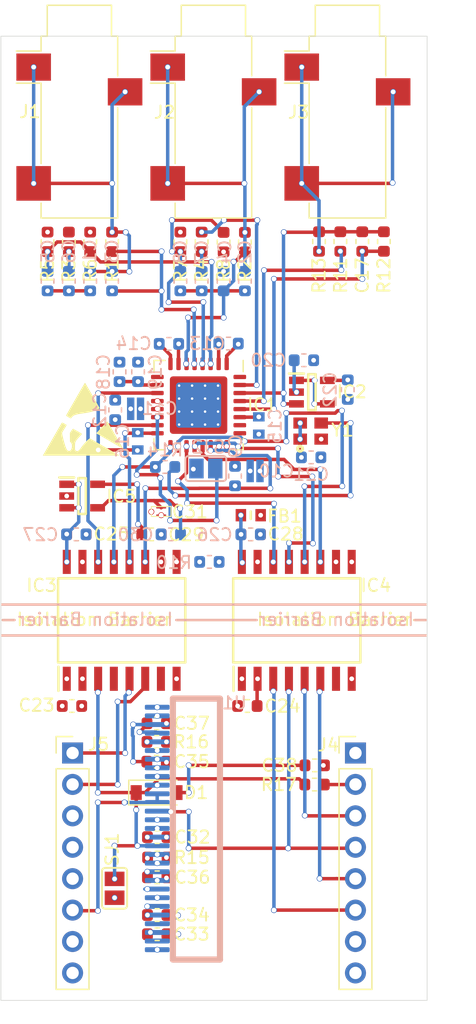
<source format=kicad_pcb>
(kicad_pcb (version 20171130) (host pcbnew "(5.0.2)-1")
  (layers (0 F.Cu signal) (1 Alimentaciones signal) (2 Referencias signal) (31 B.Cu signal) (34 B.Paste user) (35 F.Paste user) (36 B.SilkS user) (37 F.SilkS user) (38 B.Mask user) (39 F.Mask user) (44 Edge.Cuts user))
  (net 0 "")
  (net 1 ERA)
  (net 2 "Net-(C1-Pad1)")
  (net 3 ELA)
  (net 4 "Net-(C2-Pad1)")
  (net 5 IN2N)
  (net 6 GNDA)
  (net 7 IN2P)
  (net 8 IN1N)
  (net 9 "Net-(C6-Pad1)")
  (net 10 "Net-(C7-Pad1)")
  (net 11 IN1P)
  (net 12 +3V3)
  (net 13 GNDD)
  (net 14 "Net-(C13-Pad2)")
  (net 15 "Net-(C13-Pad1)")
  (net 16 "Net-(C17-Pad2)")
  (net 17 "Net-(C17-Pad1)")
  (net 18 "Net-(C18-Pad2)")
  (net 19 GND)
  (net 20 VREFP)
  (net 21 START)
  (net 22 DRDY)
  (net 23 "Net-(IC1-Pad29)")
  (net 24 RESP_MODP_IN3P)
  (net 25 RESP_MODN_IN3N)
  (net 26 RST)
  (net 27 SCK)
  (net 28 CS)
  (net 29 "Net-(IC3-Pad7)")
  (net 30 RLD)
  (net 31 "Net-(J4-Pad1)")
  (net 32 "Net-(J5-Pad7)")
  (net 33 SDA)
  (net 34 SCL)
  (net 35 "Net-(J5-Pad4)")
  (net 36 "Net-(J5-Pad3)")
  (net 37 RESP_MODP_IN3N)
  (net 38 VDDA)
  (net 39 VDD)
  (net 40 ARESET)
  (net 41 SPI_ACS)
  (net 42 SPI_ADIN)
  (net 43 SPI_ASCLK)
  (net 44 SPI_ADOUT)
  (net 45 ADRDY)
  (net 46 MOSI)
  (net 47 MISO)
  (net 48 "Net-(C15-Pad1)")
  (net 49 "Net-(C16-Pad1)")
  (net 50 "Net-(C29-Pad1)")
  (net 51 "Net-(C30-Pad1)")
  (net 52 CLKSEL)
  (net 53 CLK)
  (net 54 "Net-(IC1-Pad25)")
  (net 55 "Net-(IC1-Pad26)")
  (net 56 CLKB)
  (net 57 STARTB)
  (net 58 "Net-(R14-Pad2)")
  (net 59 "Net-(C14-Pad2)")
  (net 60 "Net-(C14-Pad1)")
  (net 61 "Net-(C20-Pad1)")
  (net 62 "Net-(C21-Pad1)")
  (net 63 "Net-(C22-Pad1)")
  (net 64 "Net-(C25-Pad2)")
  (net 65 "Net-(C26-Pad2)")
  (net 66 "Net-(IC2-Pad1)")
  (net 67 "Net-(IC4-Pad7)")
  (net 68 "Net-(C34-Pad2)")
  (net 69 "Net-(R16-Pad1)")
  (net 70 "Net-(C38-Pad1)")
  (net 71 "Net-(C33-Pad2)")
  (net 72 "Net-(C33-Pad1)")
  (net 73 "Net-(C34-Pad1)")
  (net 74 "Net-(C35-Pad2)")
  (net 75 "Net-(C37-Pad2)")
  (net 76 DC_SAO_3.3V)
  (net 77 RST-Warp7)
  (module Symbol:ESD-Logo_6.6x6mm_SilkScreen (layer F.Cu) (at 141.2 87.25)
    (fp_text reference REF** hide)
    (fp_text value ESD-Logo_6.6x6mm_SilkScreen hide)
  )
  (module footprints-SamacSys:SOLDERJUMPER_REFLOW_NOPASTE (layer F.Cu) (at 143.75 125.188 270)
    (fp_text reference SJ1 (at -1.688 -0.4 270) (layer F.SilkS) (effects (font (size 1.016 1.016) (thickness 0.1524)) (justify left bottom)))
    (fp_text value JUMPER)
    (pad 2 smd rect (at 0.762 0 270) (size 1.1684 1.6002) (layers F.Cu F.Mask) (net 19 GND))
    (pad 1 smd rect (at -0.762 0 270) (size 1.1684 1.6002) (layers F.Cu F.Mask) (net 26 RST))
  )
  (module Connector_Audio:Jack_3.5mm_CUI_SJ-3523-SMT_Horizontal (layer F.Cu) (at 162.6 62.4)
    (fp_text reference J3 (at -3.95 0.05) (layer F.SilkS))
    (fp_text value AudioJack3)
    (pad "" np_thru_hole circle (at 0 4.5) (size 1.7 1.7) (drill 1.7) (layers *.Cu *.Mask))
    (pad "" np_thru_hole circle (at 0 -2.5) (size 1.7 1.7) (drill 1.7) (layers *.Cu *.Mask))
    (pad T smd rect (at -3.7 5.8) (size 2.8 2.8) (layers F.Cu F.Paste F.Mask) (net 30 RLD))
    (pad S smd rect (at -3.7 -3.6) (size 2.8 2.2) (layers F.Cu F.Paste F.Mask) (net 30 RLD))
    (pad R smd rect (at 3.7 -1.6) (size 2.8 2.2) (layers F.Cu F.Paste F.Mask) (net 30 RLD))
  )
  (module Connector_Audio:Jack_3.5mm_CUI_SJ-3523-SMT_Horizontal (layer F.Cu) (at 151.75 62.4)
    (fp_text reference J2 (at -3.95 0.05) (layer F.SilkS))
    (fp_text value AudioJack3)
    (pad "" np_thru_hole circle (at 0 4.5) (size 1.7 1.7) (drill 1.7) (layers *.Cu *.Mask))
    (pad "" np_thru_hole circle (at 0 -2.5) (size 1.7 1.7) (drill 1.7) (layers *.Cu *.Mask))
    (pad T smd rect (at -3.7 5.8) (size 2.8 2.8) (layers F.Cu F.Paste F.Mask) (net 3 ELA))
    (pad S smd rect (at -3.7 -3.6) (size 2.8 2.2) (layers F.Cu F.Paste F.Mask) (net 3 ELA))
    (pad R smd rect (at 3.7 -1.6) (size 2.8 2.2) (layers F.Cu F.Paste F.Mask) (net 3 ELA))
  )
  (module Connector_Audio:Jack_3.5mm_CUI_SJ-3523-SMT_Horizontal (layer F.Cu) (at 140.9 62.4)
    (fp_text reference J1 (at -4 0) (layer F.SilkS))
    (fp_text value AudioJack3)
    (pad "" np_thru_hole circle (at 0 4.5) (size 1.7 1.7) (drill 1.7) (layers *.Cu *.Mask))
    (pad "" np_thru_hole circle (at 0 -2.5) (size 1.7 1.7) (drill 1.7) (layers *.Cu *.Mask))
    (pad T smd rect (at -3.7 5.8) (size 2.8 2.8) (layers F.Cu F.Paste F.Mask) (net 1 ERA))
    (pad S smd rect (at -3.7 -3.6) (size 2.8 2.2) (layers F.Cu F.Paste F.Mask) (net 1 ERA))
    (pad R smd rect (at 3.7 -1.6) (size 2.8 2.2) (layers F.Cu F.Paste F.Mask) (net 1 ERA))
  )
  (module Capacitor_SMD:C_0603_1608Metric (layer B.Cu) (at 141.775 76.1 90)
    (fp_text reference C1 (at 2.4 -0.025 90) (layer B.SilkS) (effects (justify mirror)))
    (fp_text value 0.1uf)
    (pad 2 smd roundrect (at 0.7875 0 90) (size 0.875 0.95) (layers B.Cu B.Paste B.Mask) (net 1 ERA))
    (pad 1 smd roundrect (at -0.7875 0 90) (size 0.875 0.95) (layers B.Cu B.Paste B.Mask) (net 2 "Net-(C1-Pad1)"))
  )
  (module Capacitor_SMD:C_0603_1608Metric (layer B.Cu) (at 148.3 96.575 180)
    (fp_text reference C30 (at 2.85 -0.025 180) (layer B.SilkS) (effects (justify mirror)))
    (fp_text value 1uF)
    (pad 1 smd roundrect (at -0.7875 0 180) (size 0.875 0.95) (layers B.Cu B.Paste B.Mask) (net 51 "Net-(C30-Pad1)"))
    (pad 2 smd roundrect (at 0.7875 0 180) (size 0.875 0.95) (layers B.Cu B.Paste B.Mask) (net 6 GNDA))
  )
  (module Capacitor_SMD:C_0603_1608Metric (layer F.Cu) (at 146.7375 96.575)
    (fp_text reference C29 (at 2.8125 0.024999) (layer F.SilkS))
    (fp_text value 10nF)
    (pad 2 smd roundrect (at 0.7875 0) (size 0.875 0.95) (layers F.Cu F.Paste F.Mask) (net 6 GNDA))
    (pad 1 smd roundrect (at -0.7875 0) (size 0.875 0.95) (layers F.Cu F.Paste F.Mask) (net 50 "Net-(C29-Pad1)"))
  )
  (module Capacitor_SMD:C_0603_1608Metric (layer F.Cu) (at 154.775 96.575)
    (fp_text reference C28 (at 2.825 -0.025) (layer F.SilkS))
    (fp_text value 1uF)
    (pad 2 smd roundrect (at 0.7875 0) (size 0.875 0.95) (layers F.Cu F.Paste F.Mask) (net 13 GNDD))
    (pad 1 smd roundrect (at -0.7875 0) (size 0.875 0.95) (layers F.Cu F.Paste F.Mask) (net 65 "Net-(C26-Pad2)"))
  )
  (module Capacitor_SMD:C_0603_1608Metric (layer B.Cu) (at 140.65 96.575)
    (fp_text reference C27 (at -2.9 0.025) (layer B.SilkS) (effects (justify mirror)))
    (fp_text value 1uF)
    (pad 1 smd roundrect (at -0.7875 0) (size 0.875 0.95) (layers B.Cu B.Paste B.Mask) (net 64 "Net-(C25-Pad2)"))
    (pad 2 smd roundrect (at 0.7875 0) (size 0.875 0.95) (layers B.Cu B.Paste B.Mask) (net 6 GNDA))
  )
  (module Capacitor_SMD:C_0603_1608Metric (layer B.Cu) (at 154.7625 96.575 180)
    (fp_text reference C26 (at 2.9125 -0.025 180) (layer B.SilkS) (effects (justify mirror)))
    (fp_text value 10uF)
    (pad 1 smd roundrect (at -0.7875 0 180) (size 0.875 0.95) (layers B.Cu B.Paste B.Mask) (net 13 GNDD))
    (pad 2 smd roundrect (at 0.7875 0 180) (size 0.875 0.95) (layers B.Cu B.Paste B.Mask) (net 65 "Net-(C26-Pad2)"))
  )
  (module Capacitor_SMD:C_0603_1608Metric (layer F.Cu) (at 140.6625 96.575 180)
    (fp_text reference C25 (at -2.8375 0.024999 180) (layer F.SilkS))
    (fp_text value 10uF)
    (pad 2 smd roundrect (at 0.7875 0 180) (size 0.875 0.95) (layers F.Cu F.Paste F.Mask) (net 64 "Net-(C25-Pad2)"))
    (pad 1 smd roundrect (at -0.7875 0 180) (size 0.875 0.95) (layers F.Cu F.Paste F.Mask) (net 6 GNDA))
  )
  (module Capacitor_SMD:C_0603_1608Metric (layer F.Cu) (at 154.5 110.45 180)
    (fp_text reference C24 (at -2.8425 -0.01 180) (layer F.SilkS))
    (fp_text value 10uF)
    (pad 2 smd roundrect (at 0.7875 0 180) (size 0.875 0.95) (layers F.Cu F.Paste F.Mask) (net 12 +3V3))
    (pad 1 smd roundrect (at -0.7875 0 180) (size 0.875 0.95) (layers F.Cu F.Paste F.Mask) (net 19 GND))
  )
  (module Capacitor_SMD:C_0603_1608Metric (layer F.Cu) (at 140.3 110.45)
    (fp_text reference C23 (at -2.8625 -0.06) (layer F.SilkS))
    (fp_text value 10uF)
    (pad 1 smd roundrect (at -0.7875 0) (size 0.875 0.95) (layers F.Cu F.Paste F.Mask) (net 12 +3V3))
    (pad 2 smd roundrect (at 0.7875 0) (size 0.875 0.95) (layers F.Cu F.Paste F.Mask) (net 19 GND))
  )
  (module Capacitor_SMD:C_0603_1608Metric (layer B.Cu) (at 145.65 83.4375 270)
    (fp_text reference C19 (at 0.0125 -1.4 270) (layer B.SilkS) (effects (justify mirror)))
    (fp_text value 10uF)
    (pad 2 smd roundrect (at 0.7875 0 270) (size 0.875 0.95) (layers B.Cu B.Paste B.Mask) (net 18 "Net-(C18-Pad2)"))
    (pad 1 smd roundrect (at -0.7875 0 270) (size 0.875 0.95) (layers B.Cu B.Paste B.Mask) (net 6 GNDA))
  )
  (module Capacitor_SMD:C_0603_1608Metric (layer B.Cu) (at 144.15 83.4375 270)
    (fp_text reference C18 (at 0.0125 1.3 270) (layer B.SilkS) (effects (justify mirror)))
    (fp_text value 0.1uF)
    (pad 1 smd roundrect (at -0.7875 0 270) (size 0.875 0.95) (layers B.Cu B.Paste B.Mask) (net 6 GNDA))
    (pad 2 smd roundrect (at 0.7875 0 270) (size 0.875 0.95) (layers B.Cu B.Paste B.Mask) (net 18 "Net-(C18-Pad2)"))
  )
  (module Capacitor_SMD:C_0603_1608Metric (layer F.Cu) (at 163.8 72.9 90)
    (fp_text reference C17 (at -2.75 0 90) (layer F.SilkS))
    (fp_text value C_Small)
    (pad 2 smd roundrect (at 0.7875 0 90) (size 0.875 0.95) (layers F.Cu F.Paste F.Mask) (net 16 "Net-(C17-Pad2)"))
    (pad 1 smd roundrect (at -0.7875 0 90) (size 0.875 0.95) (layers F.Cu F.Paste F.Mask) (net 17 "Net-(C17-Pad1)"))
  )
  (module Capacitor_SMD:C_0603_1608Metric (layer B.Cu) (at 143.8 86.5125 90)
    (fp_text reference C12 (at 0.0125 -1.25 90) (layer B.SilkS) (effects (justify mirror)))
    (fp_text value 0.1uF)
    (pad 1 smd roundrect (at -0.7875 0 90) (size 0.875 0.95) (layers B.Cu B.Paste B.Mask) (net 38 VDDA))
    (pad 2 smd roundrect (at 0.7875 0 90) (size 0.875 0.95) (layers B.Cu B.Paste B.Mask) (net 6 GNDA))
  )
  (module Capacitor_SMD:C_0603_1608Metric (layer B.Cu) (at 148.15 81.175 180)
    (fp_text reference C14 (at 2.85 0.025 180) (layer B.SilkS) (effects (justify mirror)))
    (fp_text value 47nF)
    (pad 2 smd roundrect (at 0.7875 0 180) (size 0.875 0.95) (layers B.Cu B.Paste B.Mask) (net 59 "Net-(C14-Pad2)"))
    (pad 1 smd roundrect (at -0.7875 0 180) (size 0.875 0.95) (layers B.Cu B.Paste B.Mask) (net 60 "Net-(C14-Pad1)"))
  )
  (module Capacitor_SMD:C_0603_1608Metric (layer B.Cu) (at 152.975 81.15 180)
    (fp_text reference C13 (at 1.725 0 180) (layer B.SilkS) (effects (justify mirror)))
    (fp_text value 47nF)
    (pad 1 smd roundrect (at -0.7875 0 180) (size 0.875 0.95) (layers B.Cu B.Paste B.Mask) (net 15 "Net-(C13-Pad1)"))
    (pad 2 smd roundrect (at 0.7875 0 180) (size 0.875 0.95) (layers B.Cu B.Paste B.Mask) (net 14 "Net-(C13-Pad2)"))
  )
  (module Capacitor_SMD:C_0603_1608Metric (layer B.Cu) (at 153.5 91.8625 90)
    (fp_text reference C9 (at 2.4125 0.05 90) (layer B.SilkS) (effects (justify mirror)))
    (fp_text value 0.1uF)
    (pad 1 smd roundrect (at -0.7875 0 90) (size 0.875 0.95) (layers B.Cu B.Paste B.Mask) (net 39 VDD))
    (pad 2 smd roundrect (at 0.7875 0 90) (size 0.875 0.95) (layers B.Cu B.Paste B.Mask) (net 13 GNDD))
  )
  (module Capacitor_SMD:C_0603_1608Metric (layer B.Cu) (at 149.075 76.1 270)
    (fp_text reference C8 (at -2.35 0 270) (layer B.SilkS) (effects (justify mirror)))
    (fp_text value 2.2nF)
    (pad 2 smd roundrect (at 0.7875 0 270) (size 0.875 0.95) (layers B.Cu B.Paste B.Mask) (net 4 "Net-(C2-Pad1)"))
    (pad 1 smd roundrect (at -0.7875 0 270) (size 0.875 0.95) (layers B.Cu B.Paste B.Mask) (net 11 IN1P))
  )
  (module Capacitor_SMD:C_0603_1608Metric (layer B.Cu) (at 150.8 76.1 270)
    (fp_text reference C7 (at -2.35 0 270) (layer B.SilkS) (effects (justify mirror)))
    (fp_text value 2.2nF)
    (pad 1 smd roundrect (at -0.7875 0 270) (size 0.875 0.95) (layers B.Cu B.Paste B.Mask) (net 10 "Net-(C7-Pad1)"))
    (pad 2 smd roundrect (at 0.7875 0 270) (size 0.875 0.95) (layers B.Cu B.Paste B.Mask) (net 4 "Net-(C2-Pad1)"))
  )
  (module Capacitor_SMD:C_0603_1608Metric (layer B.Cu) (at 152.575 76.1 90)
    (fp_text reference C4 (at 2.35 0.1 90) (layer B.SilkS) (effects (justify mirror)))
    (fp_text value 3nF)
    (pad 1 smd roundrect (at -0.7875 0 90) (size 0.875 0.95) (layers B.Cu B.Paste B.Mask) (net 7 IN2P))
    (pad 2 smd roundrect (at 0.7875 0 90) (size 0.875 0.95) (layers B.Cu B.Paste B.Mask) (net 6 GNDA))
  )
  (module Capacitor_SMD:C_0603_1608Metric (layer B.Cu) (at 154.3 76.1 90)
    (fp_text reference C2 (at 2.35 0 90) (layer B.SilkS) (effects (justify mirror)))
    (fp_text value 0.1uf)
    (pad 2 smd roundrect (at 0.7875 0 90) (size 0.875 0.95) (layers B.Cu B.Paste B.Mask) (net 3 ELA))
    (pad 1 smd roundrect (at -0.7875 0 90) (size 0.875 0.95) (layers B.Cu B.Paste B.Mask) (net 4 "Net-(C2-Pad1)"))
  )
  (module Capacitor_SMD:C_0603_1608Metric (layer B.Cu) (at 159.6625 90.35)
    (fp_text reference C21 (at 0 1.375) (layer B.SilkS) (effects (justify mirror)))
    (fp_text value 0.1uF)
    (pad 2 smd roundrect (at 0.7875 0) (size 0.875 0.95) (layers B.Cu B.Paste B.Mask) (net 6 GNDA))
    (pad 1 smd roundrect (at -0.7875 0) (size 0.875 0.95) (layers B.Cu B.Paste B.Mask) (net 62 "Net-(C21-Pad1)"))
  )
  (module Capacitor_SMD:C_0603_1608Metric (layer B.Cu) (at 159.075 82.5)
    (fp_text reference C20 (at -2.875 0) (layer B.SilkS) (effects (justify mirror)))
    (fp_text value 0.1uF)
    (pad 2 smd roundrect (at 0.7875 0) (size 0.875 0.95) (layers B.Cu B.Paste B.Mask) (net 6 GNDA))
    (pad 1 smd roundrect (at -0.7875 0) (size 0.875 0.95) (layers B.Cu B.Paste B.Mask) (net 61 "Net-(C20-Pad1)"))
  )
  (module Capacitor_SMD:C_0603_1608Metric (layer B.Cu) (at 162.625 84.875 270)
    (fp_text reference C22 (at 0 1.43 270) (layer B.SilkS) (effects (justify mirror)))
    (fp_text value 0.1uF)
    (pad 2 smd roundrect (at 0.7875 0 270) (size 0.875 0.95) (layers B.Cu B.Paste B.Mask) (net 6 GNDA))
    (pad 1 smd roundrect (at -0.7875 0 270) (size 0.875 0.95) (layers B.Cu B.Paste B.Mask) (net 63 "Net-(C22-Pad1)"))
  )
  (module Capacitor_SMD:C_0603_1608Metric (layer B.Cu) (at 143.55 76.1 90)
    (fp_text reference C3 (at 2.4 0 90) (layer B.SilkS) (effects (justify mirror)))
    (fp_text value 3nF)
    (pad 1 smd roundrect (at -0.7875 0 90) (size 0.875 0.95) (layers B.Cu B.Paste B.Mask) (net 5 IN2N))
    (pad 2 smd roundrect (at 0.7875 0 90) (size 0.875 0.95) (layers B.Cu B.Paste B.Mask) (net 6 GNDA))
  )
  (module Capacitor_SMD:C_0603_1608Metric (layer B.Cu) (at 138.325 76.1 270)
    (fp_text reference C5 (at -2.4 -0.025 270) (layer B.SilkS) (effects (justify mirror)))
    (fp_text value 2.2nF)
    (pad 2 smd roundrect (at 0.7875 0 270) (size 0.875 0.95) (layers B.Cu B.Paste B.Mask) (net 2 "Net-(C1-Pad1)"))
    (pad 1 smd roundrect (at -0.7875 0 270) (size 0.875 0.95) (layers B.Cu B.Paste B.Mask) (net 8 IN1N))
  )
  (module Capacitor_SMD:C_0603_1608Metric (layer B.Cu) (at 140.05 76.1 270)
    (fp_text reference C6 (at -2.4 0 270) (layer B.SilkS) (effects (justify mirror)))
    (fp_text value 2.2nF)
    (pad 1 smd roundrect (at -0.7875 0 270) (size 0.875 0.95) (layers B.Cu B.Paste B.Mask) (net 9 "Net-(C6-Pad1)"))
    (pad 2 smd roundrect (at 0.7875 0 270) (size 0.875 0.95) (layers B.Cu B.Paste B.Mask) (net 2 "Net-(C1-Pad1)"))
  )
  (module Resistor_SMD:R_0603_1608Metric (layer F.Cu) (at 143.55 72.925 90)
    (fp_text reference R1 (at -2.325 0 90) (layer F.SilkS))
    (fp_text value 51.1K)
    (pad 1 smd roundrect (at -0.7875 0 90) (size 0.875 0.95) (layers F.Cu F.Paste F.Mask) (net 5 IN2N))
    (pad 2 smd roundrect (at 0.7875 0 90) (size 0.875 0.95) (layers F.Cu F.Paste F.Mask) (net 1 ERA))
  )
  (module Resistor_SMD:R_0603_1608Metric (layer F.Cu) (at 138.325 72.925 270)
    (fp_text reference R5 (at 2.325 0 270) (layer F.SilkS))
    (fp_text value 10M)
    (pad 1 smd roundrect (at -0.7875 0 270) (size 0.875 0.95) (layers F.Cu F.Paste F.Mask) (net 38 VDDA))
    (pad 2 smd roundrect (at 0.7875 0 270) (size 0.875 0.95) (layers F.Cu F.Paste F.Mask) (net 8 IN1N))
  )
  (module Resistor_SMD:R_0603_1608Metric (layer F.Cu) (at 141.775 72.925 90)
    (fp_text reference R6 (at -2.325 0 90) (layer F.SilkS))
    (fp_text value 10M)
    (pad 2 smd roundrect (at 0.7875 0 90) (size 0.875 0.95) (layers F.Cu F.Paste F.Mask) (net 6 GNDA))
    (pad 1 smd roundrect (at -0.7875 0 90) (size 0.875 0.95) (layers F.Cu F.Paste F.Mask) (net 8 IN1N))
  )
  (module Resistor_SMD:R_0603_1608Metric (layer F.Cu) (at 140.05 72.925 270)
    (fp_text reference R3 (at 2.325 0 270) (layer F.SilkS))
    (fp_text value 40.2K)
    (pad 1 smd roundrect (at -0.7875 0 270) (size 0.875 0.95) (layers F.Cu F.Paste F.Mask) (net 37 RESP_MODP_IN3N))
    (pad 2 smd roundrect (at 0.7875 0 270) (size 0.875 0.95) (layers F.Cu F.Paste F.Mask) (net 9 "Net-(C6-Pad1)"))
  )
  (module footprints-SamacSys:oscilator (layer F.Cu) (at 159.625 88.225)
    (fp_text reference Y1 (at 2.575 -0.075) (layer F.SilkS) (effects (font (size 0.9906 0.9906) (thickness 0.1524))))
    (fp_text value SG-210STF_40.0000ML3 hide)
    (pad 1 smd rect (at -0.85 0.65 90) (size 0.9 1.1) (layers F.Cu F.Paste) (net 62 "Net-(C21-Pad1)"))
    (pad 2 smd rect (at 0.85 0.65 90) (size 0.9 1.1) (layers F.Cu F.Paste) (net 6 GNDA))
    (pad 3 smd rect (at 0.85 -0.65 90) (size 0.9 1.1) (layers F.Cu F.Paste) (net 58 "Net-(R14-Pad2)"))
    (pad 4 smd rect (at -0.85 -0.65 90) (size 0.9 1.1) (layers F.Cu F.Paste) (net 62 "Net-(C21-Pad1)"))
  )
  (module footprints-SamacSys:BLM18PG121SZ1D (layer F.Cu) (at 154.775 95.025)
    (fp_text reference FB1 (at 2.725 0.075) (layer F.SilkS) (effects (font (size 0.9906 0.9906) (thickness 0.1524))))
    (fp_text value BLM18PG121SZ1D hide)
    (pad 2 smd rect (at 0.8 0) (size 0.85 1) (layers F.Cu F.Paste) (net 39 VDD))
    (pad 1 smd rect (at -0.8 0) (size 0.85 1) (layers F.Cu F.Paste) (net 65 "Net-(C26-Pad2)"))
  )
  (module footprints-SamacSys:ISOW7841FDWER (layer F.Cu) (at 158.5 103.525 90)
    (fp_text reference IC4 (at 2.825 6.4 180) (layer F.SilkS) (effects (font (size 1.016 1.016) (thickness 0.1524))))
    (fp_text value ISOW7841FDWER-SamacSys_Parts hide)
    (pad 1 smd rect (at -4.725 -4.445 180) (size 0.65 1.95) (layers F.Cu F.Paste) (net 12 +3V3))
    (pad 2 smd rect (at -4.725 -3.175 180) (size 0.65 1.95) (layers F.Cu F.Paste) (net 19 GND))
    (pad 3 smd rect (at -4.725 -1.905 180) (size 0.65 1.95) (layers F.Cu F.Paste) (net 46 MOSI))
    (pad 4 smd rect (at -4.725 -0.635 180) (size 0.65 1.95) (layers F.Cu F.Paste) (net 27 SCK))
    (pad 5 smd rect (at -4.725 0.635 180) (size 0.65 1.95) (layers F.Cu F.Paste) (net 28 CS))
    (pad 6 smd rect (at -4.725 1.905 180) (size 0.65 1.95) (layers F.Cu F.Paste) (net 47 MISO))
    (pad 7 smd rect (at -4.725 3.175 180) (size 0.65 1.95) (layers F.Cu F.Paste) (net 67 "Net-(IC4-Pad7)"))
    (pad 8 smd rect (at -4.725 4.445 180) (size 0.65 1.95) (layers F.Cu F.Paste) (net 19 GND))
    (pad 9 smd rect (at 4.725 4.445 180) (size 0.65 1.95) (layers F.Cu F.Paste) (net 13 GNDD))
    (pad 10 smd rect (at 4.725 3.175 180) (size 0.65 1.95) (layers F.Cu F.Paste) (net 13 GNDD))
    (pad 11 smd rect (at 4.725 1.905 180) (size 0.65 1.95) (layers F.Cu F.Paste) (net 44 SPI_ADOUT))
    (pad 12 smd rect (at 4.725 0.635 180) (size 0.65 1.95) (layers F.Cu F.Paste) (net 41 SPI_ACS))
    (pad 13 smd rect (at 4.725 -0.635 180) (size 0.65 1.95) (layers F.Cu F.Paste) (net 43 SPI_ASCLK))
    (pad 14 smd rect (at 4.725 -1.905 180) (size 0.65 1.95) (layers F.Cu F.Paste) (net 42 SPI_ADIN))
    (pad 15 smd rect (at 4.725 -3.175 180) (size 0.65 1.95) (layers F.Cu F.Paste) (net 13 GNDD))
    (pad 16 smd rect (at 4.725 -4.445 180) (size 0.65 1.95) (layers F.Cu F.Paste) (net 65 "Net-(C26-Pad2)"))
  )
  (module Resistor_SMD:R_0603_1608Metric (layer F.Cu) (at 154.3 72.95 90)
    (fp_text reference R2 (at -2.3 0 90) (layer F.SilkS))
    (fp_text value 51.1K)
    (pad 1 smd roundrect (at -0.7875 0 90) (size 0.875 0.95) (layers F.Cu F.Paste F.Mask) (net 7 IN2P))
    (pad 2 smd roundrect (at 0.7875 0 90) (size 0.875 0.95) (layers F.Cu F.Paste F.Mask) (net 3 ELA))
  )
  (module Resistor_SMD:R_0603_1608Metric (layer F.Cu) (at 150.8 72.925 270)
    (fp_text reference R4 (at 2.325 0 270) (layer F.SilkS))
    (fp_text value 40.2K)
    (pad 2 smd roundrect (at 0.7875 0 270) (size 0.875 0.95) (layers F.Cu F.Paste F.Mask) (net 10 "Net-(C7-Pad1)"))
    (pad 1 smd roundrect (at -0.7875 0 270) (size 0.875 0.95) (layers F.Cu F.Paste F.Mask) (net 24 RESP_MODP_IN3P))
  )
  (module Resistor_SMD:R_0603_1608Metric (layer F.Cu) (at 149.075 72.925 90)
    (fp_text reference R7 (at -2.325 0.025 90) (layer F.SilkS))
    (fp_text value 10M)
    (pad 2 smd roundrect (at 0.7875 0 90) (size 0.875 0.95) (layers F.Cu F.Paste F.Mask) (net 38 VDDA))
    (pad 1 smd roundrect (at -0.7875 0 90) (size 0.875 0.95) (layers F.Cu F.Paste F.Mask) (net 11 IN1P))
  )
  (module Resistor_SMD:R_0603_1608Metric (layer F.Cu) (at 152.575 72.95 90)
    (fp_text reference R8 (at -2.3 0 90) (layer F.SilkS))
    (fp_text value 10M)
    (pad 2 smd roundrect (at 0.7875 0 90) (size 0.875 0.95) (layers F.Cu F.Paste F.Mask) (net 11 IN1P))
    (pad 1 smd roundrect (at -0.7875 0 90) (size 0.875 0.95) (layers F.Cu F.Paste F.Mask) (net 6 GNDA))
  )
  (module Resistor_SMD:R_0603_1608Metric (layer F.Cu) (at 162.025 72.9 270)
    (fp_text reference R11 (at 2.75 -0.025 270) (layer F.SilkS))
    (fp_text value 100K)
    (pad 2 smd roundrect (at 0.7875 0 270) (size 0.875 0.95) (layers F.Cu F.Paste F.Mask) (net 23 "Net-(IC1-Pad29)"))
    (pad 1 smd roundrect (at -0.7875 0 270) (size 0.875 0.95) (layers F.Cu F.Paste F.Mask) (net 16 "Net-(C17-Pad2)"))
  )
  (module Resistor_SMD:R_0603_1608Metric (layer F.Cu) (at 165.55 72.9 270)
    (fp_text reference R12 (at 2.75 0 270) (layer F.SilkS))
    (fp_text value 1M)
    (pad 1 smd roundrect (at -0.7875 0 270) (size 0.875 0.95) (layers F.Cu F.Paste F.Mask) (net 16 "Net-(C17-Pad2)"))
    (pad 2 smd roundrect (at 0.7875 0 270) (size 0.875 0.95) (layers F.Cu F.Paste F.Mask) (net 17 "Net-(C17-Pad1)"))
  )
  (module Resistor_SMD:R_0603_1608Metric (layer F.Cu) (at 160.3 72.9 90)
    (fp_text reference R13 (at -2.75 0 90) (layer F.SilkS))
    (fp_text value 100K)
    (pad 1 smd roundrect (at -0.7875 0 90) (size 0.875 0.95) (layers F.Cu F.Paste F.Mask) (net 30 RLD))
    (pad 2 smd roundrect (at 0.7875 0 90) (size 0.875 0.95) (layers F.Cu F.Paste F.Mask) (net 16 "Net-(C17-Pad2)"))
  )
  (module footprints-SamacSys:LP3985IM5-3.0_NOPB (layer F.Cu) (at 141.125 93.475)
    (fp_text reference IC5 (at 3.175 0.025) (layer F.SilkS) (effects (font (size 0.9906 0.9906) (thickness 0.1524))))
    (fp_text value LP3985IM5-3.0_NOPB-SamacSys_Parts hide)
    (pad 1 smd rect (at -1.25 -0.95 90) (size 0.6 1.2) (layers F.Cu F.Paste) (net 64 "Net-(C25-Pad2)"))
    (pad 2 smd rect (at -1.25 0 90) (size 0.6 1.2) (layers F.Cu F.Paste) (net 6 GNDA))
    (pad 3 smd rect (at -1.25 0.95 90) (size 0.6 1.2) (layers F.Cu F.Paste) (net 64 "Net-(C25-Pad2)"))
    (pad 4 smd rect (at 1.25 0.95 90) (size 0.6 1.2) (layers F.Cu F.Paste) (net 51 "Net-(C30-Pad1)"))
    (pad 5 smd rect (at 1.25 -0.95 90) (size 0.6 1.2) (layers F.Cu F.Paste) (net 50 "Net-(C29-Pad1)"))
  )
  (module footprints-SamacSys:NFM18PS (layer F.Cu) (at 147.525 94.725 180)
    (fp_text reference C31 (at -2.325 -0.025 180) (layer F.SilkS))
    (fp_text value 1uF_EMIFIL)
    (pad 4 smd oval (at -0.7 0 270) (size 0.4 0.115) (layers F.Cu F.Paste F.Mask))
    (pad 3 smd oval (at 0.7 0 270) (size 0.4 0.115) (layers F.Cu F.Paste F.Mask) (net 38 VDDA))
    (pad 2 smd roundrect (at 0 -0.3 180) (size 0.8 0.115) (layers F.Cu F.Paste F.Mask) (net 6 GNDA))
    (pad 1 smd roundrect (at 0 0.3 180) (size 0.8 0.115) (layers F.Cu F.Paste F.Mask) (net 51 "Net-(C30-Pad1)"))
  )
  (module Connector_PinHeader_2.54mm:PinHeader_1x08_P2.54mm_Vertical (layer F.Cu) (at 163.25 114.25)
    (fp_text reference J4 (at -2.2 -0.65) (layer F.SilkS))
    (fp_text value Conn_01x08)
    (pad 8 thru_hole oval (at 0 17.78) (size 1.7 1.7) (drill 1) (layers *.Cu *.Mask) (net 19 GND))
    (pad 7 thru_hole oval (at 0 15.24) (size 1.7 1.7) (drill 1) (layers *.Cu *.Mask) (net 12 +3V3))
    (pad 6 thru_hole oval (at 0 12.7) (size 1.7 1.7) (drill 1) (layers *.Cu *.Mask) (net 46 MOSI))
    (pad 5 thru_hole oval (at 0 10.16) (size 1.7 1.7) (drill 1) (layers *.Cu *.Mask) (net 47 MISO))
    (pad 4 thru_hole oval (at 0 7.62) (size 1.7 1.7) (drill 1) (layers *.Cu *.Mask) (net 27 SCK))
    (pad 3 thru_hole oval (at 0 5.08) (size 1.7 1.7) (drill 1) (layers *.Cu *.Mask) (net 28 CS))
    (pad 2 thru_hole oval (at 0 2.54) (size 1.7 1.7) (drill 1) (layers *.Cu *.Mask) (net 77 RST-Warp7))
    (pad 1 thru_hole rect (at 0 0) (size 1.7 1.7) (drill 1) (layers *.Cu *.Mask) (net 31 "Net-(J4-Pad1)"))
  )
  (module Connector_PinHeader_2.54mm:PinHeader_1x08_P2.54mm_Vertical (layer F.Cu) (at 140.35 114.25)
    (fp_text reference J5 (at 2.1 -0.7) (layer F.SilkS))
    (fp_text value Conn_01x08)
    (pad 1 thru_hole rect (at 0 0) (size 1.7 1.7) (drill 1) (layers *.Cu *.Mask) (net 57 STARTB))
    (pad 2 thru_hole oval (at 0 2.54) (size 1.7 1.7) (drill 1) (layers *.Cu *.Mask) (net 22 DRDY))
    (pad 3 thru_hole oval (at 0 5.08) (size 1.7 1.7) (drill 1) (layers *.Cu *.Mask) (net 36 "Net-(J5-Pad3)"))
    (pad 4 thru_hole oval (at 0 7.62) (size 1.7 1.7) (drill 1) (layers *.Cu *.Mask) (net 35 "Net-(J5-Pad4)"))
    (pad 5 thru_hole oval (at 0 10.16) (size 1.7 1.7) (drill 1) (layers *.Cu *.Mask) (net 34 SCL))
    (pad 6 thru_hole oval (at 0 12.7) (size 1.7 1.7) (drill 1) (layers *.Cu *.Mask) (net 33 SDA))
    (pad 7 thru_hole oval (at 0 15.24) (size 1.7 1.7) (drill 1) (layers *.Cu *.Mask) (net 32 "Net-(J5-Pad7)"))
    (pad 8 thru_hole oval (at 0 17.78) (size 1.7 1.7) (drill 1) (layers *.Cu *.Mask) (net 19 GND))
  )
  (module footprints-SamacSys:ISOW7841FDWER (layer F.Cu) (at 144.325 103.525 90)
    (fp_text reference IC3 (at 2.825 -6.475 180) (layer F.SilkS) (effects (font (size 1.016 1.016) (thickness 0.1524))))
    (fp_text value ISOW7842DWER-SamacSys_Parts hide)
    (pad 1 smd rect (at -4.725 -4.445 180) (size 0.65 1.95) (layers F.Cu F.Paste) (net 12 +3V3))
    (pad 2 smd rect (at -4.725 -3.175 180) (size 0.65 1.95) (layers F.Cu F.Paste) (net 19 GND))
    (pad 3 smd rect (at -4.725 -1.905 180) (size 0.65 1.95) (layers F.Cu F.Paste) (net 26 RST))
    (pad 4 smd rect (at -4.725 -0.635 180) (size 0.65 1.95) (layers F.Cu F.Paste) (net 56 CLKB))
    (pad 5 smd rect (at -4.725 0.635 180) (size 0.65 1.95) (layers F.Cu F.Paste) (net 57 STARTB))
    (pad 6 smd rect (at -4.725 1.905 180) (size 0.65 1.95) (layers F.Cu F.Paste) (net 22 DRDY))
    (pad 7 smd rect (at -4.725 3.175 180) (size 0.65 1.95) (layers F.Cu F.Paste) (net 29 "Net-(IC3-Pad7)"))
    (pad 8 smd rect (at -4.725 4.445 180) (size 0.65 1.95) (layers F.Cu F.Paste) (net 19 GND))
    (pad 9 smd rect (at 4.725 4.445 180) (size 0.65 1.95) (layers F.Cu F.Paste) (net 6 GNDA))
    (pad 10 smd rect (at 4.725 3.175 180) (size 0.65 1.95) (layers F.Cu F.Paste) (net 6 GNDA))
    (pad 11 smd rect (at 4.725 1.905 180) (size 0.65 1.95) (layers F.Cu F.Paste) (net 45 ADRDY))
    (pad 12 smd rect (at 4.725 0.635 180) (size 0.65 1.95) (layers F.Cu F.Paste) (net 21 START))
    (pad 13 smd rect (at 4.725 -0.635 180) (size 0.65 1.95) (layers F.Cu F.Paste) (net 53 CLK))
    (pad 14 smd rect (at 4.725 -1.905 180) (size 0.65 1.95) (layers F.Cu F.Paste) (net 40 ARESET))
    (pad 15 smd rect (at 4.725 -3.175 180) (size 0.65 1.95) (layers F.Cu F.Paste) (net 6 GNDA))
    (pad 16 smd rect (at 4.725 -4.445 180) (size 0.65 1.95) (layers F.Cu F.Paste) (net 64 "Net-(C25-Pad2)"))
  )
  (module "footprints-SamacSys:capacitor invertido" (layer B.Cu) (at 155.123 91.45 180)
    (fp_text reference C10 (at -1.727 0 180) (layer B.SilkS) (effects (font (size 0.9906 0.9906) (thickness 0.1524)) (justify mirror)))
    (fp_text value 1uF hide)
    (pad 1 smd rect (at -0.398 0 180) (size 0.595 1.82) (layers B.Cu B.Paste) (net 39 VDD))
    (pad 2 smd rect (at 0.398 0 180) (size 0.595 1.82) (layers B.Cu B.Paste) (net 13 GNDD))
  )
  (module "footprints-SamacSys:capacitor invertido" (layer B.Cu) (at 145.452 86.425)
    (fp_text reference C11 (at 1.948 -0.025) (layer B.SilkS) (effects (font (size 0.9906 0.9906) (thickness 0.1524)) (justify mirror)))
    (fp_text value 1uF hide)
    (pad 2 smd rect (at 0.398 0) (size 0.595 1.82) (layers B.Cu B.Paste) (net 6 GNDA))
    (pad 1 smd rect (at -0.398 0) (size 0.595 1.82) (layers B.Cu B.Paste) (net 38 VDDA))
  )
  (module "footprints-SamacSys:capacitor C0G" (layer B.Cu) (at 155.425 87.775 270)
    (fp_text reference C15 (at 0.025 -1.325 270) (layer B.SilkS) (effects (font (size 0.9906 0.9906) (thickness 0.1524)) (justify mirror)))
    (fp_text value 1uF hide)
    (pad 2 smd rect (at 0.7 0 270) (size 0.75 0.94) (layers B.Cu B.Paste) (net 6 GNDA))
    (pad 1 smd rect (at -0.7 0 270) (size 0.75 0.94) (layers B.Cu B.Paste) (net 48 "Net-(C15-Pad1)"))
  )
  (module "footprints-SamacSys:capacitor C0G" (layer B.Cu) (at 145.625 89.05 90)
    (fp_text reference C16 (at 0 -1.225 90) (layer B.SilkS) (effects (font (size 0.9906 0.9906) (thickness 0.1524)) (justify mirror)))
    (fp_text value 1uF hide)
    (pad 1 smd rect (at -0.7 0 90) (size 0.75 0.94) (layers B.Cu B.Paste) (net 49 "Net-(C16-Pad1)"))
    (pad 2 smd rect (at 0.7 0 90) (size 0.75 0.94) (layers B.Cu B.Paste) (net 6 GNDA))
  )
  (module footprints-SamacSys:OPAMP197IDBVR (layer F.Cu) (at 159.725 85.075)
    (fp_text reference IC2 (at 3.225 -0.025) (layer F.SilkS) (effects (font (size 0.9906 0.9906) (thickness 0.1524))))
    (fp_text value OPA197 hide)
    (pad 1 smd rect (at -1.25 -0.95 90) (size 0.6 1.2) (layers F.Cu F.Paste) (net 66 "Net-(IC2-Pad1)"))
    (pad 2 smd rect (at -1.25 0 90) (size 0.6 1.2) (layers F.Cu F.Paste) (net 61 "Net-(C20-Pad1)"))
    (pad 3 smd rect (at -1.25 0.95 90) (size 0.6 1.2) (layers F.Cu F.Paste) (net 16 "Net-(C17-Pad2)"))
    (pad 4 smd rect (at 1.25 0.95 90) (size 0.6 1.2) (layers F.Cu F.Paste) (net 66 "Net-(IC2-Pad1)"))
    (pad 5 smd rect (at 1.25 -0.95 90) (size 0.6 1.2) (layers F.Cu F.Paste) (net 63 "Net-(C22-Pad1)"))
  )
  (module Resistor_SMD:R_0603_1608Metric (layer B.Cu) (at 151.425 98.8 180)
    (fp_text reference R10 (at 2.875 -0.05 180) (layer B.SilkS) (effects (justify mirror)))
    (fp_text value 0)
    (pad 2 smd roundrect (at 0.7875 0 180) (size 0.875 0.95) (layers B.Cu B.Paste B.Mask) (net 6 GNDA))
    (pad 1 smd roundrect (at -0.7875 0 180) (size 0.875 0.95) (layers B.Cu B.Paste B.Mask) (net 13 GNDD))
  )
  (module Resistor_SMD:R_0603_1608Metric (layer B.Cu) (at 147.8375 91.125)
    (fp_text reference R14 (at 0 -1.375) (layer B.SilkS) (effects (justify mirror)))
    (fp_text value 0)
    (pad 1 smd roundrect (at -0.7875 0) (size 0.875 0.95) (layers B.Cu B.Paste B.Mask) (net 53 CLK))
    (pad 2 smd roundrect (at 0.7875 0) (size 0.875 0.95) (layers B.Cu B.Paste B.Mask) (net 58 "Net-(R14-Pad2)"))
  )
  (module Capacitor_SMD:C_0603_1608Metric (layer F.Cu) (at 147.2 121.05)
    (fp_text reference C32 (at 2.85 0) (layer F.SilkS))
    (fp_text value 1uF)
    (pad 1 smd roundrect (at -0.7875 0) (size 0.875 0.95) (layers F.Cu F.Paste F.Mask) (net 12 +3V3))
    (pad 2 smd roundrect (at 0.7875 0) (size 0.875 0.95) (layers F.Cu F.Paste F.Mask) (net 19 GND))
  )
  (module Capacitor_SMD:C_0603_1608Metric (layer F.Cu) (at 147.2 128.9 180)
    (fp_text reference C33 (at -2.8 0 180) (layer F.SilkS) (effects (font (size 0.9906 0.9906) (thickness 0.1524))))
    (fp_text value 1uF)
    (pad 2 smd roundrect (at 0.7875 0 180) (size 0.875 0.95) (layers F.Cu F.Paste F.Mask) (net 71 "Net-(C33-Pad2)"))
    (pad 1 smd roundrect (at -0.7875 0 180) (size 0.875 0.95) (layers F.Cu F.Paste F.Mask) (net 72 "Net-(C33-Pad1)"))
  )
  (module Capacitor_SMD:C_0603_1608Metric (layer F.Cu) (at 147.2 127.35 180)
    (fp_text reference C34 (at -2.8 0 180) (layer F.SilkS) (effects (font (size 0.9906 0.9906) (thickness 0.1524))))
    (fp_text value 1uF)
    (pad 2 smd roundrect (at 0.7875 0 180) (size 0.875 0.95) (layers F.Cu F.Paste F.Mask) (net 68 "Net-(C34-Pad2)"))
    (pad 1 smd roundrect (at -0.7875 0 180) (size 0.875 0.95) (layers F.Cu F.Paste F.Mask) (net 73 "Net-(C34-Pad1)"))
  )
  (module Capacitor_SMD:C_0603_1608Metric (layer F.Cu) (at 147.15 114.95 180)
    (fp_text reference C35 (at -2.85 0 180) (layer F.SilkS))
    (fp_text value 10uF)
    (pad 1 smd roundrect (at -0.7875 0 180) (size 0.875 0.95) (layers F.Cu F.Paste F.Mask) (net 19 GND))
    (pad 2 smd roundrect (at 0.7875 0 180) (size 0.875 0.95) (layers F.Cu F.Paste F.Mask) (net 74 "Net-(C35-Pad2)"))
  )
  (module Capacitor_SMD:C_0603_1608Metric (layer F.Cu) (at 147.2 124.3 180)
    (fp_text reference C36 (at -2.85 0 180) (layer F.SilkS))
    (fp_text value 1uF)
    (pad 2 smd roundrect (at 0.7875 0 180) (size 0.875 0.95) (layers F.Cu F.Paste F.Mask) (net 12 +3V3))
    (pad 1 smd roundrect (at -0.7875 0 180) (size 0.875 0.95) (layers F.Cu F.Paste F.Mask) (net 19 GND))
  )
  (module Capacitor_SMD:C_0603_1608Metric (layer F.Cu) (at 147.1625 111.85 180)
    (fp_text reference C37 (at -2.8375 0 180) (layer F.SilkS))
    (fp_text value 2.2uF/16V)
    (pad 1 smd roundrect (at -0.7875 0 180) (size 0.875 0.95) (layers F.Cu F.Paste F.Mask) (net 19 GND))
    (pad 2 smd roundrect (at 0.7875 0 180) (size 0.875 0.95) (layers F.Cu F.Paste F.Mask) (net 75 "Net-(C37-Pad2)"))
  )
  (module Capacitor_SMD:C_0603_1608Metric (layer F.Cu) (at 159.95 115.25)
    (fp_text reference C38 (at -2.85 0) (layer F.SilkS))
    (fp_text value 4.7uF)
    (pad 1 smd roundrect (at -0.7875 0) (size 0.875 0.95) (layers F.Cu F.Paste F.Mask) (net 70 "Net-(C38-Pad1)"))
    (pad 2 smd roundrect (at 0.7875 0) (size 0.875 0.95) (layers F.Cu F.Paste F.Mask) (net 19 GND))
  )
  (module Resistor_SMD:R_0603_1608Metric (layer F.Cu) (at 147.2125 122.7 180)
    (fp_text reference R15 (at -2.7875 0 180) (layer F.SilkS))
    (fp_text value 10K)
    (pad 1 smd roundrect (at -0.7875 0 180) (size 0.875 0.95) (layers F.Cu F.Paste F.Mask) (net 19 GND))
    (pad 2 smd roundrect (at 0.7875 0 180) (size 0.875 0.95) (layers F.Cu F.Paste F.Mask) (net 12 +3V3))
  )
  (module Resistor_SMD:R_0603_1608Metric (layer F.Cu) (at 147.1625 113.35)
    (fp_text reference R16 (at 2.7875 0) (layer F.SilkS))
    (fp_text value 390K)
    (pad 2 smd roundrect (at 0.7875 0) (size 0.875 0.95) (layers F.Cu F.Paste F.Mask) (net 19 GND))
    (pad 1 smd roundrect (at -0.7875 0) (size 0.875 0.95) (layers F.Cu F.Paste F.Mask) (net 69 "Net-(R16-Pad1)"))
  )
  (module footprints-SamacSys:display (layer B.Cu) (at 150.3 117.85)
    (fp_text reference U1 (at 3.15 -7.65) (layer B.SilkS) (effects (font (size 0.9906 0.9906) (thickness 0.1524)) (justify mirror)))
    (fp_text value UG-2864HSWEG01)
    (pad 30 smd roundrect (at -3.1 -7.3 270) (size 0.4 2) (layers B.Cu B.Paste B.Mask) (net 19 GND))
    (pad 29 smd roundrect (at -3.1 -6.6 270) (size 0.4 2) (layers B.Cu B.Paste B.Mask) (net 19 GND))
    (pad 28 smd roundrect (at -3.1 -5.9 270) (size 0.4 2) (layers B.Cu B.Paste B.Mask) (net 74 "Net-(C35-Pad2)"))
    (pad 27 smd roundrect (at -3.1 -5.2 270) (size 0.4 2) (layers B.Cu B.Paste B.Mask) (net 75 "Net-(C37-Pad2)"))
    (pad 26 smd roundrect (at -3.1 -4.5 270) (size 0.4 2) (layers B.Cu B.Paste B.Mask) (net 69 "Net-(R16-Pad1)"))
    (pad 25 smd roundrect (at -3.1 -3.8 270) (size 0.4 2) (layers B.Cu B.Paste B.Mask) (net 19 GND))
    (pad 24 smd roundrect (at -3.1 -3.1 270) (size 0.4 2) (layers B.Cu B.Paste B.Mask) (net 19 GND))
    (pad 23 smd roundrect (at -3.1 -2.4 270) (size 0.4 2) (layers B.Cu B.Paste B.Mask) (net 19 GND))
    (pad 22 smd roundrect (at -3.1 -1.7 270) (size 0.4 2) (layers B.Cu B.Paste B.Mask) (net 19 GND))
    (pad 21 smd roundrect (at -3.1 -1 270) (size 0.4 2) (layers B.Cu B.Paste B.Mask) (net 19 GND))
    (pad 20 smd roundrect (at -3.1 -0.3 270) (size 0.4 2) (layers B.Cu B.Paste B.Mask) (net 33 SDA))
    (pad 19 smd roundrect (at -3.1 0.4 270) (size 0.4 2) (layers B.Cu B.Paste B.Mask) (net 33 SDA))
    (pad 18 smd roundrect (at -3.1 1.1 270) (size 0.4 2) (layers B.Cu B.Paste B.Mask) (net 27 SCK))
    (pad 17 smd roundrect (at -3.1 1.8 270) (size 0.4 2) (layers B.Cu B.Paste B.Mask) (net 19 GND))
    (pad 16 smd roundrect (at -3.1 2.5 270) (size 0.4 2) (layers B.Cu B.Paste B.Mask) (net 19 GND))
    (pad 15 smd roundrect (at -3.1 3.2 270) (size 0.4 2) (layers B.Cu B.Paste B.Mask) (net 76 DC_SAO_3.3V))
    (pad 14 smd roundrect (at -3.1 3.9 270) (size 0.4 2) (layers B.Cu B.Paste B.Mask) (net 26 RST))
    (pad 13 smd roundrect (at -3.1 4.6 270) (size 0.4 2) (layers B.Cu B.Paste B.Mask) (net 19 GND))
    (pad 12 smd roundrect (at -3.1 5.3 270) (size 0.4 2) (layers B.Cu B.Paste B.Mask) (net 19 GND))
    (pad 11 smd roundrect (at -3.1 6 270) (size 0.4 2) (layers B.Cu B.Paste B.Mask) (net 12 +3V3))
    (pad 10 smd roundrect (at -3.1 6.7 270) (size 0.4 2) (layers B.Cu B.Paste B.Mask) (net 19 GND))
    (pad 9 smd roundrect (at -3.1 7.4 270) (size 0.4 2) (layers B.Cu B.Paste B.Mask) (net 12 +3V3))
    (pad 8 smd roundrect (at -3.1 8.1 270) (size 0.4 2) (layers B.Cu B.Paste B.Mask) (net 19 GND))
    (pad 7 smd roundrect (at -3.1 8.8 270) (size 0.4 2) (layers B.Cu B.Paste B.Mask) (net 12 +3V3))
    (pad 6 smd roundrect (at -3.1 8.8 270) (size 0.4 2) (layers B.Cu B.Paste B.Mask) (net 12 +3V3))
    (pad 5 smd roundrect (at -3.1 9.5 270) (size 0.4 2) (layers B.Cu B.Paste B.Mask) (net 68 "Net-(C34-Pad2)"))
    (pad 4 smd roundrect (at -3.1 10.2 270) (size 0.4 2) (layers B.Cu B.Paste B.Mask) (net 73 "Net-(C34-Pad1)"))
    (pad 3 smd roundrect (at -3.1 10.91 270) (size 0.4 2) (layers B.Cu B.Paste B.Mask) (net 71 "Net-(C33-Pad2)"))
    (pad 2 smd roundrect (at -3.1 11.6 270) (size 0.4 2) (layers B.Cu B.Paste B.Mask) (net 72 "Net-(C33-Pad1)"))
    (pad 1 smd roundrect (at -3.1 12.301666 180) (size 2 0.4) (layers B.Cu B.Paste B.Mask) (net 19 GND))
  )
  (module Package_DFN_QFN:QFN-32-1EP_7x7mm_P0.65mm_EP4.65x4.65mm_ThermalVias (layer F.Cu) (at 150.55 86.125 270)
    (fp_text reference IC1 (at -0.025 -5.15) (layer F.SilkS) (effects (font (size 0.9906 0.9906) (thickness 0.1524))))
    (fp_text value ADS1292RIPBS-SamacSys_Parts)
    (pad 33 smd roundrect (at 0 0 270) (size 4.65 4.65) (layers F.Cu F.Mask) (roundrect_rratio 0.053763))
    (pad 33 thru_hole circle (at -1.575 -1.575 270) (size 0.5 0.5) (drill 0.2) (layers *.Cu))
    (pad 33 thru_hole circle (at -0.525 -1.575 270) (size 0.5 0.5) (drill 0.2) (layers *.Cu))
    (pad 33 thru_hole circle (at 0.525 -1.575 270) (size 0.5 0.5) (drill 0.2) (layers *.Cu))
    (pad 33 thru_hole circle (at 1.575 -1.575 270) (size 0.5 0.5) (drill 0.2) (layers *.Cu))
    (pad 33 thru_hole circle (at -1.575 -0.525 270) (size 0.5 0.5) (drill 0.2) (layers *.Cu))
    (pad 33 thru_hole circle (at -0.525 -0.525 270) (size 0.5 0.5) (drill 0.2) (layers *.Cu))
    (pad 33 thru_hole circle (at 0.525 -0.525 270) (size 0.5 0.5) (drill 0.2) (layers *.Cu))
    (pad 33 thru_hole circle (at 1.575 -0.525 270) (size 0.5 0.5) (drill 0.2) (layers *.Cu))
    (pad 33 thru_hole circle (at -1.575 0.525 270) (size 0.5 0.5) (drill 0.2) (layers *.Cu))
    (pad 33 thru_hole circle (at -0.525 0.525 270) (size 0.5 0.5) (drill 0.2) (layers *.Cu))
    (pad 33 thru_hole circle (at 0.525 0.525 270) (size 0.5 0.5) (drill 0.2) (layers *.Cu))
    (pad 33 thru_hole circle (at 1.575 0.525 270) (size 0.5 0.5) (drill 0.2) (layers *.Cu))
    (pad 33 thru_hole circle (at -1.575 1.575 270) (size 0.5 0.5) (drill 0.2) (layers *.Cu))
    (pad 33 thru_hole circle (at -0.525 1.575 270) (size 0.5 0.5) (drill 0.2) (layers *.Cu))
    (pad 33 thru_hole circle (at 0.525 1.575 270) (size 0.5 0.5) (drill 0.2) (layers *.Cu))
    (pad 33 thru_hole circle (at 1.575 1.575 270) (size 0.5 0.5) (drill 0.2) (layers *.Cu))
    (pad 33 smd roundrect (at 0 0 270) (size 3.65 3.65) (layers B.Cu) (roundrect_rratio 0.068493))
    (pad 1 smd roundrect (at -3.3375 -2.275 270) (size 1.025 0.35) (layers F.Cu F.Paste F.Mask) (net 15 "Net-(C13-Pad1)"))
    (pad 2 smd roundrect (at -3.3375 -1.625 270) (size 1.025 0.35) (layers F.Cu F.Paste F.Mask) (net 14 "Net-(C13-Pad2)"))
    (pad 3 smd roundrect (at -3.3375 -0.975 270) (size 1.025 0.35) (layers F.Cu F.Paste F.Mask) (net 8 IN1N))
    (pad 4 smd roundrect (at -3.3375 -0.325 270) (size 1.025 0.35) (layers F.Cu F.Paste F.Mask) (net 11 IN1P))
    (pad 5 smd roundrect (at -3.3375 0.325 270) (size 1.025 0.35) (layers F.Cu F.Paste F.Mask) (net 5 IN2N))
    (pad 6 smd roundrect (at -3.3375 0.975 270) (size 1.025 0.35) (layers F.Cu F.Paste F.Mask) (net 7 IN2P))
    (pad 7 smd roundrect (at -3.3375 1.625 270) (size 1.025 0.35) (layers F.Cu F.Paste F.Mask) (net 60 "Net-(C14-Pad1)"))
    (pad 8 smd roundrect (at -3.3375 2.275 270) (size 1.025 0.35) (layers F.Cu F.Paste F.Mask) (net 59 "Net-(C14-Pad2)"))
    (pad 9 smd roundrect (at -2.275 3.3375 270) (size 0.35 1.025) (layers F.Cu F.Paste F.Mask) (net 20 VREFP))
    (pad 10 smd roundrect (at -1.625 3.3375 270) (size 0.35 1.025) (layers F.Cu F.Paste F.Mask) (net 18 "Net-(C18-Pad2)"))
    (pad 11 smd roundrect (at -0.975 3.3375 270) (size 0.35 1.025) (layers F.Cu F.Paste F.Mask) (net 49 "Net-(C16-Pad1)"))
    (pad 12 smd roundrect (at -0.325 3.3375 270) (size 0.35 1.025) (layers F.Cu F.Paste F.Mask) (net 6 GNDA))
    (pad 13 smd roundrect (at 0.325 3.3375 270) (size 0.35 1.025) (layers F.Cu F.Paste F.Mask) (net 6 GNDA))
    (pad 14 smd roundrect (at 0.975 3.3375 270) (size 0.35 1.025) (layers F.Cu F.Paste F.Mask) (net 52 CLKSEL))
    (pad 15 smd roundrect (at 1.625 3.3375 270) (size 0.35 1.025) (layers F.Cu F.Paste F.Mask) (net 40 ARESET))
    (pad 16 smd roundrect (at 2.275 3.3375 270) (size 0.35 1.025) (layers F.Cu F.Paste F.Mask) (net 21 START))
    (pad 17 smd roundrect (at 3.3375 2.275 270) (size 1.025 0.35) (layers F.Cu F.Paste F.Mask) (net 53 CLK))
    (pad 18 smd roundrect (at 3.3375 1.625 270) (size 1.025 0.35) (layers F.Cu F.Paste F.Mask) (net 41 SPI_ACS))
    (pad 19 smd roundrect (at 3.3375 0.975 270) (size 1.025 0.35) (layers F.Cu F.Paste F.Mask) (net 42 SPI_ADIN))
    (pad 20 smd roundrect (at 3.3375 0.325 270) (size 1.025 0.35) (layers F.Cu F.Paste F.Mask) (net 43 SPI_ASCLK))
    (pad 21 smd roundrect (at 3.3375 -0.325 270) (size 1.025 0.35) (layers F.Cu F.Paste F.Mask) (net 44 SPI_ADOUT))
    (pad 22 smd roundrect (at 3.3375 -0.975 270) (size 1.025 0.35) (layers F.Cu F.Paste F.Mask) (net 45 ADRDY))
    (pad 23 smd roundrect (at 3.3375 -1.625 270) (size 1.025 0.35) (layers F.Cu F.Paste F.Mask) (net 13 GNDD))
    (pad 24 smd roundrect (at 3.3375 -2.275 270) (size 1.025 0.35) (layers F.Cu F.Paste F.Mask) (net 13 GNDD))
    (pad 25 smd roundrect (at 2.275 -3.3375 270) (size 0.35 1.025) (layers F.Cu F.Paste F.Mask) (net 54 "Net-(IC1-Pad25)"))
    (pad 26 smd roundrect (at 1.625 -3.3375 270) (size 0.35 1.025) (layers F.Cu F.Paste F.Mask) (net 55 "Net-(IC1-Pad26)"))
    (pad 27 smd roundrect (at 0.975 -3.3375 270) (size 0.35 1.025) (layers F.Cu F.Paste F.Mask) (net 48 "Net-(C15-Pad1)"))
    (pad 28 smd roundrect (at 0.325 -3.3375 270) (size 0.35 1.025) (layers F.Cu F.Paste F.Mask) (net 17 "Net-(C17-Pad1)"))
    (pad 29 smd roundrect (at -0.325 -3.3375 270) (size 0.35 1.025) (layers F.Cu F.Paste F.Mask) (net 23 "Net-(IC1-Pad29)"))
    (pad 30 smd roundrect (at -0.975 -3.3375 270) (size 0.35 1.025) (layers F.Cu F.Paste F.Mask) (net 16 "Net-(C17-Pad2)"))
    (pad 31 smd roundrect (at -1.625 -3.3375 270) (size 0.35 1.025) (layers F.Cu F.Paste F.Mask) (net 24 RESP_MODP_IN3P))
    (pad 32 smd roundrect (at -2.275 -3.3375 270) (size 0.35 1.025) (layers F.Cu F.Paste F.Mask) (net 25 RESP_MODN_IN3N))
  )
  (module Diode_SMD:D_SOD-123 (layer F.Cu) (at 147.15 117.45)
    (fp_text reference D1 (at 3.2 0) (layer F.SilkS))
    (fp_text value 1N4148W)
    (pad 1 smd rect (at -1.65 0) (size 0.9 1.2) (layers F.Cu F.Paste F.Mask) (net 26 RST))
    (pad 2 smd rect (at 1.65 0) (size 0.9 1.2) (layers F.Cu F.Paste F.Mask) (net 70 "Net-(C38-Pad1)"))
  )
  (module Resistor_SMD:R_0603_1608Metric (layer F.Cu) (at 159.9375 116.8 180)
    (fp_text reference R17 (at 2.8875 0 180) (layer F.SilkS))
    (fp_text value 1K)
    (pad 1 smd roundrect (at -0.7875 0 180) (size 0.875 0.95) (layers F.Cu F.Paste F.Mask) (net 77 RST-Warp7))
    (pad 2 smd roundrect (at 0.7875 0 180) (size 0.875 0.95) (layers F.Cu F.Paste F.Mask) (net 26 RST))
  )
  (module footprints-SamacSys:SOLDERJUMPER_REFLOW_NOPASTE (layer B.Cu) (at 151.138 91.25 180)
    (fp_text reference SJ2 (at -1.651 1.143 180) (layer B.SilkS) (effects (font (size 1.016 1.016) (thickness 0.1524)) (justify left bottom mirror)))
    (fp_text value JUMPER)
    (pad 1 smd rect (at -0.762 0 180) (size 1.1684 1.6002) (layers B.Cu B.Mask) (net 52 CLKSEL))
    (pad 2 smd rect (at 0.762 0 180) (size 1.1684 1.6002) (layers B.Cu B.Mask) (net 6 GNDA))
  )
  (gr_line (start 168.05 103.5) (end 168.95 103.5) (layer B.SilkS) (width 0.2))
  (gr_text "Isolation Barrier" (at 161.7 103.45) (layer B.SilkS) (effects (font (size 1.016 1.016) (thickness 0.1524)) (justify mirror)))
  (gr_line (start 155.25 103.5) (end 148.75 103.5) (layer B.SilkS) (width 0.2))
  (gr_line (start 135.65 103.5) (end 134.7 103.5) (layer B.SilkS) (width 0.2))
  (gr_text "Isolation Barrier" (at 142.2 103.45) (layer B.SilkS) (effects (font (size 1.016 1.016) (thickness 0.1524)) (justify mirror)))
  (gr_line (start 135.65 103.5) (end 134.7 103.5) (layer F.SilkS) (width 0.2))
  (gr_line (start 155.25 103.5) (end 148.75 103.5) (layer F.SilkS) (width 0.2))
  (gr_line (start 168 103.5) (end 168.9 103.5) (layer F.SilkS) (width 0.2))
  (gr_line (start 169.05 134.25) (end 169.05 56.3) (layer Edge.Cuts) (width 0.05))
  (gr_line (start 168.95 104.75) (end 134.65 104.75) (layer B.SilkS) (width 0.2))
  (gr_line (start 168.95 102.25) (end 134.65 102.25) (layer B.SilkS) (width 0.2))
  (gr_text "Isolation Barrier" (at 142.1 103.45) (layer F.SilkS) (effects (font (size 1.016 1.016) (thickness 0.1524))))
  (gr_text "Isolation Barrier" (at 161.55 103.45) (layer F.SilkS) (effects (font (size 1.016 1.016) (thickness 0.1524))))
  (gr_line (start 168.95 102.25) (end 134.65 102.25) (layer F.SilkS) (width 0.2))
  (gr_line (start 168.95 104.75) (end 134.65 104.75) (layer F.SilkS) (width 0.2))
  (gr_line (start 134.55 134.25) (end 169.05 134.25) (layer Edge.Cuts) (width 0.05))
  (gr_line (start 134.55 56.3) (end 169.05 56.3) (layer Edge.Cuts) (width 0.05))
  (gr_line (start 134.55 134.25) (end 134.55 56.3) (layer Edge.Cuts) (width 0.05))
  (via (at 143.55 72.1375) (size 0.4826) (drill 0.381) (layers F.Cu B.Cu) (net 1))
  (via (at 144.65 72.15) (size 0.4826) (drill 0.381) (layers F.Cu B.Cu) (net 1))
  (segment (start 143.55 72.1375) (end 144.6375 72.1375) (width 0.2794) (layer F.Cu) (net 1))
  (segment (start 144.6375 72.1375) (end 144.65 72.15) (width 0.2794) (layer F.Cu) (net 1))
  (segment (start 144.94196 72.44196) (end 144.94196 75.325) (width 0.2794) (layer B.Cu) (net 1))
  (via (at 144.94196 75.325) (size 0.4826) (drill 0.381) (layers F.Cu B.Cu) (net 1))
  (segment (start 144.65 72.15) (end 144.94196 72.44196) (width 0.2794) (layer B.Cu) (net 1))
  (via (at 141.775 75.3125) (size 0.4826) (drill 0.381) (layers F.Cu B.Cu) (net 1))
  (segment (start 144.94196 75.325) (end 141.7875 75.325) (width 0.2794) (layer F.Cu) (net 1))
  (segment (start 141.7875 75.325) (end 141.775 75.3125) (width 0.2794) (layer F.Cu) (net 1))
  (via (at 144.6 60.8) (size 0.4826) (drill 0.381) (layers F.Cu B.Cu) (net 1))
  (via (at 137.2 68.2) (size 0.4826) (drill 0.381) (layers F.Cu B.Cu) (net 1))
  (via (at 137.2 58.8) (size 0.4826) (drill 0.381) (layers F.Cu B.Cu) (net 1))
  (segment (start 137.2 68.2) (end 137.2 58.8) (width 0.2794) (layer B.Cu) (net 1))
  (via (at 143.55 68.2) (size 0.4826) (drill 0.381) (layers F.Cu B.Cu) (net 1))
  (segment (start 137.2 68.2) (end 143.55 68.2) (width 0.2794) (layer F.Cu) (net 1))
  (segment (start 143.55 68.2) (end 143.55 72.1375) (width 0.2794) (layer B.Cu) (net 1))
  (segment (start 143.55 61.85) (end 144.6 60.8) (width 0.2794) (layer B.Cu) (net 1))
  (segment (start 143.55 68.2) (end 143.55 61.85) (width 0.2794) (layer B.Cu) (net 1))
  (via (at 138.325 76.8875) (size 0.4826) (drill 0.381) (layers F.Cu B.Cu) (net 2))
  (via (at 140.05 76.8875) (size 0.4826) (drill 0.381) (layers F.Cu B.Cu) (net 2))
  (via (at 141.775 76.8875) (size 0.4826) (drill 0.381) (layers F.Cu B.Cu) (net 2))
  (segment (start 141.775 76.8875) (end 140.05 76.8875) (width 0.2794) (layer F.Cu) (net 2))
  (segment (start 140.05 76.8875) (end 138.325 76.8875) (width 0.2794) (layer F.Cu) (net 2))
  (via (at 154.3 72.1625) (size 0.4826) (drill 0.381) (layers F.Cu B.Cu) (net 3))
  (segment (start 154.3 75.3125) (end 154.3 72.1625) (width 0.2794) (layer B.Cu) (net 3))
  (via (at 155.45 60.8) (size 0.4826) (drill 0.381) (layers F.Cu B.Cu) (net 3))
  (via (at 148.05 68.2) (size 0.4826) (drill 0.381) (layers F.Cu B.Cu) (net 3))
  (via (at 148.05 58.8) (size 0.4826) (drill 0.381) (layers F.Cu B.Cu) (net 3))
  (segment (start 148.05 68.2) (end 148.05 58.8) (width 0.2794) (layer B.Cu) (net 3))
  (via (at 154.25 68.2) (size 0.4826) (drill 0.381) (layers F.Cu B.Cu) (net 3))
  (segment (start 154.3 72.1625) (end 154.3 68.25) (width 0.2794) (layer B.Cu) (net 3))
  (segment (start 154.3 68.25) (end 154.25 68.2) (width 0.2794) (layer B.Cu) (net 3))
  (segment (start 154.25 68.2) (end 148.05 68.2) (width 0.2794) (layer F.Cu) (net 3))
  (segment (start 154.25 62) (end 155.45 60.8) (width 0.2794) (layer B.Cu) (net 3))
  (segment (start 154.25 68.2) (end 154.25 62) (width 0.2794) (layer B.Cu) (net 3))
  (via (at 149.075 76.8875) (size 0.4826) (drill 0.381) (layers F.Cu B.Cu) (net 4))
  (via (at 150.8 76.8875) (size 0.4826) (drill 0.381) (layers F.Cu B.Cu) (net 4))
  (via (at 154.3 76.8875) (size 0.4826) (drill 0.381) (layers F.Cu B.Cu) (net 4))
  (segment (start 154.3 76.8875) (end 150.8 76.8875) (width 0.2794) (layer F.Cu) (net 4))
  (segment (start 149.075 76.8875) (end 150.8 76.8875) (width 0.2794) (layer F.Cu) (net 4))
  (via (at 143.55 76.8875) (size 0.4826) (drill 0.381) (layers F.Cu B.Cu) (net 5))
  (via (at 150.194267 82.7875) (size 0.4826) (drill 0.381) (layers F.Cu B.Cu) (net 5))
  (via (at 150.15 78.4) (size 0.4826) (drill 0.381) (layers F.Cu B.Cu) (net 5))
  (segment (start 150.194267 82.7875) (end 150.194267 78.555733) (width 0.2794) (layer B.Cu) (net 5))
  (via (at 147.55 78.4) (size 0.4826) (drill 0.381) (layers F.Cu B.Cu) (net 5))
  (via (at 147.55 76.9) (size 0.4826) (drill 0.381) (layers F.Cu B.Cu) (net 5))
  (segment (start 147.55 78.4) (end 147.55 76.9) (width 0.2794) (layer B.Cu) (net 5))
  (via (at 147.55 73.7) (size 0.4826) (drill 0.381) (layers F.Cu B.Cu) (net 5))
  (segment (start 147.5375 73.7125) (end 147.55 73.7) (width 0.2794) (layer F.Cu) (net 5))
  (segment (start 147.55 73.7) (end 147.55 76.9) (width 0.2794) (layer B.Cu) (net 5))
  (segment (start 143.5625 73.7) (end 143.55 73.7125) (width 0.2794) (layer F.Cu) (net 5))
  (segment (start 147.55 73.7) (end 143.5625 73.7) (width 0.2794) (layer F.Cu) (net 5))
  (segment (start 143.5625 76.9) (end 143.55 76.8875) (width 0.2794) (layer F.Cu) (net 5))
  (segment (start 147.55 76.9) (end 143.5625 76.9) (width 0.2794) (layer F.Cu) (net 5))
  (segment (start 150.15 78.4) (end 147.55 78.4) (width 0.2794) (layer F.Cu) (net 5))
  (via blind (at 141.775 72.1375) (size 0.4826) (drill 0.381) (layers F.Cu Referencias) (net 6))
  (via blind (at 143.55 75.3125) (size 0.4826) (drill 0.381) (layers Referencias B.Cu) (net 6))
  (via blind (at 145.65 82.65) (size 0.4826) (drill 0.381) (layers Referencias B.Cu) (net 6))
  (via blind (at 144.15 82.65) (size 0.4826) (drill 0.381) (layers Referencias B.Cu) (net 6))
  (via blind (at 147.2125 85.8) (size 0.4826) (drill 0.381) (layers F.Cu Referencias) (net 6))
  (via blind (at 145.85 86.425) (size 0.4826) (drill 0.381) (layers Referencias B.Cu) (net 6))
  (via blind (at 143.8 85.725) (size 0.4826) (drill 0.381) (layers Referencias B.Cu) (net 6))
  (via blind (at 145.625 88.35) (size 0.4826) (drill 0.381) (layers Referencias B.Cu) (net 6))
  (via blind (at 159.8625 82.5) (size 0.4826) (drill 0.381) (layers Referencias B.Cu) (net 6))
  (via blind (at 155.425 88.475) (size 0.4826) (drill 0.381) (layers Referencias B.Cu) (net 6))
  (via blind (at 160.475 88.875) (size 0.4826) (drill 0.381) (layers F.Cu Referencias) (net 6))
  (via blind (at 160.45 90.35) (size 0.4826) (drill 0.381) (layers Referencias B.Cu) (net 6))
  (via blind (at 162.625 85.6625) (size 0.4826) (drill 0.381) (layers Referencias B.Cu) (net 6))
  (via (at 141.45 96.575) (size 0.4826) (drill 0.381) (layers F.Cu B.Cu) (net 6))
  (via (at 147.525 96.575) (size 0.4826) (drill 0.381) (layers F.Cu B.Cu) (net 6))
  (via blind (at 150.125 91.3) (size 0.4826) (drill 0.381) (layers Referencias B.Cu) (net 6))
  (via blind (at 139.875 93.475) (size 0.4826) (drill 0.381) (layers F.Cu Referencias) (net 6))
  (via blind (at 147.5 98.8) (size 0.4826) (drill 0.381) (layers F.Cu Referencias) (net 6))
  (via blind (at 148.77 98.8) (size 0.4826) (drill 0.381) (layers F.Cu Referencias) (net 6))
  (via blind (at 141.15 98.8) (size 0.4826) (drill 0.381) (layers F.Cu Referencias) (net 6))
  (via blind (at 150.6375 98.8) (size 0.4826) (drill 0.381) (layers Referencias B.Cu) (net 6))
  (via blind (at 147.525 95.025) (size 0.4826) (drill 0.381) (layers F.Cu Referencias) (net 6))
  (via blind (at 147.2125 86.419267) (size 0.4826) (drill 0.381) (layers F.Cu Referencias) (net 6))
  (via blind (at 152.575 73.7375) (size 0.4826) (drill 0.381) (layers F.Cu Referencias) (net 6))
  (via blind (at 152.575 75.3125) (size 0.4826) (drill 0.381) (layers Referencias B.Cu) (net 6))
  (segment (start 154.3 73.7375) (end 154.2125 73.7375) (width 0.2794) (layer F.Cu) (net 7))
  (segment (start 153.036612 76.425888) (end 152.575 76.8875) (width 0.2794) (layer B.Cu) (net 7))
  (segment (start 153.38783 76.07467) (end 153.036612 76.425888) (width 0.2794) (layer B.Cu) (net 7))
  (via (at 149.544267 82.7875) (size 0.4826) (drill 0.381) (layers F.Cu B.Cu) (net 7))
  (via (at 149.7 79.05) (size 0.4826) (drill 0.381) (layers F.Cu B.Cu) (net 7))
  (segment (start 152.525 76.8375) (end 152.575 76.8875) (width 0.2794) (layer B.Cu) (net 7))
  (segment (start 149.544267 82.7875) (end 149.544267 81.830359) (width 0.2794) (layer B.Cu) (net 7))
  (segment (start 149.544267 81.830359) (end 149.716736 81.65789) (width 0.2794) (layer B.Cu) (net 7))
  (via (at 153.38783 74.53717) (size 0.4826) (drill 0.381) (layers F.Cu B.Cu) (net 7))
  (segment (start 153.38783 74.53717) (end 153.38783 76.07467) (width 0.2794) (layer B.Cu) (net 7))
  (segment (start 153.50033 74.53717) (end 154.3 73.7375) (width 0.2794) (layer F.Cu) (net 7))
  (segment (start 153.38783 74.53717) (end 153.50033 74.53717) (width 0.2794) (layer F.Cu) (net 7))
  (via (at 152.575 79.05) (size 0.4826) (drill 0.381) (layers F.Cu B.Cu) (net 7))
  (segment (start 152.575 76.8875) (end 152.575 78.775) (width 0.2794) (layer B.Cu) (net 7))
  (segment (start 149.7 79.05) (end 152.3 79.05) (width 0.2794) (layer F.Cu) (net 7))
  (segment (start 149.716736 81.65789) (end 149.716736 79.391736) (width 0.2794) (layer B.Cu) (net 7))
  (segment (start 149.7 79.391249) (end 149.7 79.05) (width 0.2794) (layer B.Cu) (net 7))
  (segment (start 149.700487 79.391736) (end 149.7 79.391249) (width 0.2794) (layer B.Cu) (net 7))
  (segment (start 149.716736 79.391736) (end 149.700487 79.391736) (width 0.2794) (layer B.Cu) (net 7))
  (segment (start 152.3 79.05) (end 152.575 79.05) (width 0.2794) (layer F.Cu) (net 7))
  (segment (start 152.575 78.775) (end 152.575 79.05) (width 0.2794) (layer B.Cu) (net 7))
  (via (at 138.325 73.7125) (size 0.4826) (drill 0.381) (layers F.Cu B.Cu) (net 8))
  (segment (start 138.325 75.3125) (end 138.325 73.7125) (width 0.2794) (layer B.Cu) (net 8))
  (via (at 151.525 82.7875) (size 0.4826) (drill 0.381) (layers F.Cu B.Cu) (net 8))
  (segment (start 151.41217 81.686796) (end 151.41217 80.713204) (width 0.2794) (layer B.Cu) (net 8))
  (segment (start 151.41217 80.713204) (end 151.61283 80.512544) (width 0.2794) (layer B.Cu) (net 8))
  (segment (start 151.61283 80.512544) (end 151.61283 74.56283) (width 0.2794) (layer B.Cu) (net 8))
  (via (at 151.6 74.55) (size 0.4826) (drill 0.381) (layers F.Cu B.Cu) (net 8))
  (segment (start 151.61283 74.56283) (end 151.6 74.55) (width 0.2794) (layer B.Cu) (net 8))
  (segment (start 142.6125 74.55) (end 141.775 73.7125) (width 0.2794) (layer F.Cu) (net 8))
  (segment (start 139.10033 72.93717) (end 138.325 73.7125) (width 0.2794) (layer F.Cu) (net 8))
  (segment (start 141.775 73.7125) (end 140.99967 72.93717) (width 0.2794) (layer F.Cu) (net 8))
  (segment (start 140.99967 72.93717) (end 139.10033 72.93717) (width 0.2794) (layer F.Cu) (net 8))
  (segment (start 151.525 82.7875) (end 151.525 81.799626) (width 0.2794) (layer B.Cu) (net 8))
  (segment (start 151.525 81.799626) (end 151.41217 81.686796) (width 0.2794) (layer B.Cu) (net 8))
  (segment (start 142.6125 74.55) (end 151.6 74.55) (width 0.2794) (layer F.Cu) (net 8))
  (via (at 140.05 73.7125) (size 0.4826) (drill 0.381) (layers F.Cu B.Cu) (net 9))
  (segment (start 140.05 75.3125) (end 140.05 73.7125) (width 0.2794) (layer B.Cu) (net 9))
  (via (at 150.8 73.7125) (size 0.4826) (drill 0.381) (layers F.Cu B.Cu) (net 10))
  (segment (start 150.8 75.3125) (end 150.8 73.7125) (width 0.2794) (layer B.Cu) (net 10))
  (via (at 149.075 73.7125) (size 0.4826) (drill 0.381) (layers F.Cu B.Cu) (net 11))
  (segment (start 149.075 75.3125) (end 149.075 73.7125) (width 0.2794) (layer B.Cu) (net 11))
  (via (at 148.4 73.7) (size 0.4826) (drill 0.381) (layers F.Cu B.Cu) (net 11))
  (segment (start 149.075 73.7125) (end 148.4125 73.7125) (width 0.2794) (layer F.Cu) (net 11))
  (segment (start 148.4125 73.7125) (end 148.4 73.7) (width 0.2794) (layer F.Cu) (net 11))
  (via (at 148.39357 71.175094) (size 0.4826) (drill 0.381) (layers F.Cu B.Cu) (net 11))
  (segment (start 148.4 73.7) (end 148.4 71.181524) (width 0.2794) (layer B.Cu) (net 11))
  (segment (start 148.4 71.181524) (end 148.39357 71.175094) (width 0.2794) (layer B.Cu) (net 11))
  (segment (start 151.587594 71.175094) (end 152.575 72.1625) (width 0.2794) (layer F.Cu) (net 11))
  (segment (start 148.39357 71.175094) (end 151.587594 71.175094) (width 0.2794) (layer F.Cu) (net 11))
  (via (at 150.844267 82.7875) (size 0.4826) (drill 0.381) (layers F.Cu B.Cu) (net 11))
  (via (at 150.93 77.8) (size 0.4826) (drill 0.381) (layers F.Cu B.Cu) (net 11))
  (segment (start 150.844267 82.446251) (end 150.929122 82.361396) (width 0.2794) (layer B.Cu) (net 11))
  (segment (start 150.929122 82.361396) (end 150.929122 78.195371) (width 0.2794) (layer B.Cu) (net 11))
  (segment (start 150.844267 82.7875) (end 150.844267 82.446251) (width 0.2794) (layer B.Cu) (net 11))
  (segment (start 148.12913 76.25837) (end 148.12913 77.458751) (width 0.2794) (layer B.Cu) (net 11))
  (segment (start 148.12913 77.458751) (end 148.12913 77.8) (width 0.2794) (layer B.Cu) (net 11))
  (segment (start 149.075 75.3125) (end 148.12913 76.25837) (width 0.2794) (layer B.Cu) (net 11))
  (segment (start 150.875 77.8) (end 148.12913 77.8) (width 0.2794) (layer F.Cu) (net 11))
  (via (at 148.12913 77.8) (size 0.4826) (drill 0.381) (layers F.Cu B.Cu) (net 11))
  (segment (start 150.93 78.194493) (end 150.93 77.8) (width 0.2794) (layer B.Cu) (net 11))
  (segment (start 150.929122 78.195371) (end 150.93 78.194493) (width 0.2794) (layer B.Cu) (net 11))
  (via blind (at 139.88 108.25) (size 0.4826) (drill 0.381) (layers F.Cu Alimentaciones) (net 12))
  (via blind (at 154.055 108.25) (size 0.4826) (drill 0.381) (layers F.Cu Alimentaciones) (net 12))
  (via (at 146.4 123.85) (size 0.4826) (drill 0.381) (layers F.Cu B.Cu) (net 12))
  (via blind (at 146.4 125.25) (size 0.4826) (drill 0.381) (layers Alimentaciones B.Cu) (net 12))
  (segment (start 147.2 125.25) (end 146.2 125.25) (width 0.2794) (layer B.Cu) (net 12))
  (via blind (at 146.4 122.75) (size 0.4826) (drill 0.381) (layers F.Cu Alimentaciones) (net 12))
  (via blind (at 146.4 121.05) (size 0.4826) (drill 0.381) (layers F.Cu Alimentaciones) (net 12))
  (via blind (at 146.4 126.65) (size 0.4826) (drill 0.381) (layers Alimentaciones B.Cu) (net 12))
  (via blind (at 139.5125 110.45) (size 0.4826) (drill 0.381) (layers F.Cu Alimentaciones) (net 12))
  (via blind (at 153.7125 110.45) (size 0.4826) (drill 0.381) (layers F.Cu Alimentaciones) (net 12))
  (via blind (at 152.825 89.4625) (size 0.4826) (drill 0.381) (layers F.Cu Referencias) (net 13))
  (via blind (at 153.5 91.075) (size 0.4826) (drill 0.381) (layers Referencias B.Cu) (net 13))
  (via blind (at 154.725 91.45) (size 0.4826) (drill 0.381) (layers Referencias B.Cu) (net 13))
  (via (at 155.55 96.575) (size 0.4826) (drill 0.381) (layers F.Cu B.Cu) (net 13))
  (via blind (at 152.205733 89.4625) (size 0.4826) (drill 0.381) (layers F.Cu Referencias) (net 13))
  (via blind (at 155.325 98.8) (size 0.4826) (drill 0.381) (layers F.Cu Referencias) (net 13))
  (via blind (at 161.675 98.8) (size 0.4826) (drill 0.381) (layers F.Cu Referencias) (net 13))
  (via blind (at 162.945 98.8) (size 0.4826) (drill 0.381) (layers F.Cu Referencias) (net 13))
  (via blind (at 152.2125 98.8) (size 0.4826) (drill 0.381) (layers Referencias B.Cu) (net 13))
  (via (at 152.1875 81.2) (size 0.4826) (drill 0.381) (layers F.Cu B.Cu) (net 14))
  (segment (start 152.175 82.7875) (end 152.175 81.2125) (width 0.2794) (layer F.Cu) (net 14))
  (segment (start 152.175 81.2125) (end 152.1875 81.2) (width 0.2794) (layer F.Cu) (net 14))
  (via (at 153.7625 81.2) (size 0.4826) (drill 0.381) (layers F.Cu B.Cu) (net 15))
  (segment (start 152.825 82.7875) (end 152.825 82.1375) (width 0.2794) (layer F.Cu) (net 15))
  (segment (start 152.825 82.1375) (end 153.7625 81.2) (width 0.2794) (layer F.Cu) (net 15))
  (segment (start 160.3 72.1125) (end 162.025 72.1125) (width 0.2794) (layer F.Cu) (net 16))
  (segment (start 162.025 72.1125) (end 163.8 72.1125) (width 0.2794) (layer F.Cu) (net 16))
  (segment (start 165.55 72.1125) (end 163.8 72.1125) (width 0.2794) (layer F.Cu) (net 16))
  (via (at 157.425 85.15) (size 0.4826) (drill 0.381) (layers F.Cu B.Cu) (net 16))
  (segment (start 153.8875 85.15) (end 157.425 85.15) (width 0.2794) (layer F.Cu) (net 16))
  (via (at 157.425 86.025) (size 0.4826) (drill 0.381) (layers F.Cu B.Cu) (net 16))
  (segment (start 157.425 85.15) (end 157.425 86.025) (width 0.2794) (layer B.Cu) (net 16))
  (segment (start 157.425 86.025) (end 158.475 86.025) (width 0.2794) (layer F.Cu) (net 16))
  (via (at 157.45 72.15) (size 0.4826) (drill 0.381) (layers F.Cu B.Cu) (net 16))
  (segment (start 157.425 85.15) (end 157.425 72.175) (width 0.2794) (layer B.Cu) (net 16))
  (segment (start 157.425 72.175) (end 157.45 72.15) (width 0.2794) (layer B.Cu) (net 16))
  (segment (start 160.2625 72.15) (end 160.3 72.1125) (width 0.2794) (layer F.Cu) (net 16))
  (segment (start 157.45 72.15) (end 160.2625 72.15) (width 0.2794) (layer F.Cu) (net 16))
  (segment (start 165.55 73.6875) (end 163.8 73.6875) (width 0.2794) (layer F.Cu) (net 17))
  (via (at 156.65 86.425) (size 0.4826) (drill 0.381) (layers F.Cu B.Cu) (net 17))
  (via (at 156.65 75.925) (size 0.4826) (drill 0.381) (layers F.Cu B.Cu) (net 17))
  (segment (start 156.65 86.15) (end 156.65 75.925) (width 0.2794) (layer B.Cu) (net 17))
  (via (at 163.8 75.925) (size 0.4826) (drill 0.381) (layers F.Cu B.Cu) (net 17))
  (segment (start 156.65 75.925) (end 163.8 75.925) (width 0.2794) (layer F.Cu) (net 17))
  (via (at 163.8 73.6875) (size 0.4826) (drill 0.381) (layers F.Cu B.Cu) (net 17))
  (segment (start 163.8 75.925) (end 163.8 73.6875) (width 0.2794) (layer B.Cu) (net 17))
  (segment (start 156.625 86.45) (end 156.65 86.425) (width 0.2794) (layer F.Cu) (net 17))
  (segment (start 153.8875 86.45) (end 156.625 86.45) (width 0.2794) (layer F.Cu) (net 17))
  (segment (start 156.65 86.15) (end 156.65 86.425) (width 0.2794) (layer B.Cu) (net 17))
  (via (at 145.65 84.225) (size 0.4826) (drill 0.381) (layers F.Cu B.Cu) (net 18))
  (segment (start 147.2125 84.5) (end 145.925 84.5) (width 0.2794) (layer F.Cu) (net 18))
  (segment (start 145.925 84.5) (end 145.65 84.225) (width 0.2794) (layer F.Cu) (net 18))
  (via (at 144.15 84.225) (size 0.4826) (drill 0.381) (layers F.Cu B.Cu) (net 18))
  (segment (start 145.65 84.225) (end 144.15 84.225) (width 0.2794) (layer F.Cu) (net 18))
  (via blind (at 141.15 108.25) (size 0.4826) (drill 0.381) (layers F.Cu Referencias) (net 19))
  (via blind (at 148.77 108.25) (size 0.4826) (drill 0.381) (layers F.Cu Referencias) (net 19))
  (via blind (at 162.945 108.25) (size 0.4826) (drill 0.381) (layers F.Cu Referencias) (net 19))
  (via blind (at 155.325 108.25) (size 0.4826) (drill 0.381) (layers F.Cu Referencias) (net 19))
  (via blind (at 147.2 110.55) (size 0.4826) (drill 0.381) (layers Referencias B.Cu) (net 19))
  (via blind (at 147.2 111.25) (size 0.4826) (drill 0.381) (layers Referencias B.Cu) (net 19))
  (via blind (at 147.2 114.05) (size 0.4826) (drill 0.381) (layers Referencias B.Cu) (net 19))
  (via blind (at 147.2 114.75) (size 0.4826) (drill 0.381) (layers Referencias B.Cu) (net 19))
  (via blind (at 147.2 115.45) (size 0.4826) (drill 0.381) (layers Referencias B.Cu) (net 19))
  (via blind (at 147.2 116.15) (size 0.4826) (drill 0.381) (layers Referencias B.Cu) (net 19))
  (via blind (at 147.2 116.85) (size 0.4826) (drill 0.381) (layers Referencias B.Cu) (net 19))
  (via blind (at 147.2 119.65) (size 0.4826) (drill 0.381) (layers Referencias B.Cu) (net 19))
  (via blind (at 147.2 120.35) (size 0.4826) (drill 0.381) (layers Referencias B.Cu) (net 19))
  (via blind (at 147.2 122.45) (size 0.4826) (drill 0.381) (layers Referencias B.Cu) (net 19))
  (via blind (at 147.2 123.15) (size 0.4826) (drill 0.381) (layers Referencias B.Cu) (net 19))
  (via blind (at 147.2 124.55) (size 0.4826) (drill 0.381) (layers Referencias B.Cu) (net 19))
  (via blind (at 147.2 125.95) (size 0.4826) (drill 0.381) (layers Referencias B.Cu) (net 19))
  (via blind (at 147.2 130.151666) (size 0.4826) (drill 0.381) (layers Referencias B.Cu) (net 19))
  (via blind (at 160.65 115.25) (size 0.4826) (drill 0.381) (layers F.Cu Referencias) (net 19))
  (via blind (at 147.95 111.85) (size 0.4826) (drill 0.381) (layers F.Cu Referencias) (net 19))
  (via blind (at 147.95 113.35) (size 0.4826) (drill 0.381) (layers F.Cu Referencias) (net 19))
  (via blind (at 147.95 115) (size 0.4826) (drill 0.381) (layers F.Cu Referencias) (net 19))
  (via blind (at 147.95 121.05) (size 0.4826) (drill 0.381) (layers F.Cu Referencias) (net 19))
  (segment (start 147.2 120.35) (end 147.3 120.35) (width 0.2794) (layer B.Cu) (net 19))
  (via blind (at 147.95 122.7) (size 0.4826) (drill 0.381) (layers F.Cu Referencias) (net 19))
  (via blind (at 147.95 124.35) (size 0.4826) (drill 0.381) (layers F.Cu Referencias) (net 19))
  (via (at 143.75 125.95) (size 0.4826) (drill 0.381) (layers F.Cu B.Cu) (net 19))
  (segment (start 141.0875 108.3125) (end 141.15 108.25) (width 0.2794) (layer F.Cu) (net 19))
  (segment (start 155.2875 108.2875) (end 155.325 108.25) (width 0.2794) (layer F.Cu) (net 19))
  (segment (start 155.2875 110.45) (end 155.2875 108.2875) (width 0.2794) (layer F.Cu) (net 19))
  (via blind (at 141.0875 110.45) (size 0.4826) (drill 0.381) (layers F.Cu Referencias) (net 19))
  (via (at 144.96 98.8) (size 0.4826) (drill 0.381) (layers F.Cu B.Cu) (net 21))
  (via (at 144.6 88.4) (size 0.4826) (drill 0.381) (layers F.Cu B.Cu) (net 21))
  (segment (start 146.6 88.4) (end 147.2125 88.4) (width 0.2794) (layer F.Cu) (net 21))
  (segment (start 144.945103 88.396146) (end 146.596146 88.396146) (width 0.2794) (layer F.Cu) (net 21))
  (segment (start 144.941249 88.4) (end 144.945103 88.396146) (width 0.2794) (layer F.Cu) (net 21))
  (segment (start 146.596146 88.396146) (end 146.6 88.4) (width 0.2794) (layer F.Cu) (net 21))
  (segment (start 144.6 88.4) (end 144.941249 88.4) (width 0.2794) (layer F.Cu) (net 21))
  (segment (start 144.6 90.102821) (end 144.6 88.4) (width 0.2794) (layer B.Cu) (net 21))
  (segment (start 144.96 98.8) (end 144.96 90.462821) (width 0.2794) (layer B.Cu) (net 21))
  (segment (start 144.96 90.462821) (end 144.6 90.102821) (width 0.2794) (layer B.Cu) (net 21))
  (segment (start 140.35 116.79) (end 143.11 116.79) (width 0.2794) (layer F.Cu) (net 22))
  (via (at 144 116.8) (size 0.4826) (drill 0.381) (layers F.Cu B.Cu) (net 22))
  (segment (start 143.11 116.79) (end 143.99 116.79) (width 0.2794) (layer F.Cu) (net 22))
  (segment (start 143.99 116.79) (end 144 116.8) (width 0.2794) (layer F.Cu) (net 22))
  (via (at 144 110.1) (size 0.4826) (drill 0.381) (layers F.Cu B.Cu) (net 22))
  (segment (start 144 116.8) (end 144 110.1) (width 0.2794) (layer B.Cu) (net 22))
  (segment (start 146.23 108.9) (end 146.23 108.25) (width 0.2794) (layer F.Cu) (net 22))
  (segment (start 145.03 110.1) (end 146.23 108.9) (width 0.2794) (layer F.Cu) (net 22))
  (segment (start 144 110.1) (end 145.03 110.1) (width 0.2794) (layer F.Cu) (net 22))
  (via (at 155.825 85.8) (size 0.4826) (drill 0.381) (layers F.Cu B.Cu) (net 23))
  (segment (start 153.8875 85.8) (end 155.825 85.8) (width 0.2794) (layer F.Cu) (net 23))
  (via (at 155.85 75.225) (size 0.4826) (drill 0.381) (layers F.Cu B.Cu) (net 23))
  (segment (start 155.825 75.25) (end 155.85 75.225) (width 0.2794) (layer B.Cu) (net 23))
  (segment (start 155.825 85.8) (end 155.825 75.25) (width 0.2794) (layer B.Cu) (net 23))
  (via (at 162.1 75.2) (size 0.4826) (drill 0.381) (layers F.Cu B.Cu) (net 23))
  (segment (start 155.85 75.225) (end 162.075 75.225) (width 0.2794) (layer F.Cu) (net 23))
  (segment (start 162.075 75.225) (end 162.1 75.2) (width 0.2794) (layer F.Cu) (net 23))
  (via (at 162.025 73.6875) (size 0.4826) (drill 0.381) (layers F.Cu B.Cu) (net 23))
  (segment (start 162.1 75.2) (end 162.1 73.7625) (width 0.2794) (layer B.Cu) (net 23))
  (segment (start 162.1 73.7625) (end 162.025 73.6875) (width 0.2794) (layer B.Cu) (net 23))
  (via (at 150.8 72.1375) (size 0.4826) (drill 0.381) (layers F.Cu B.Cu) (net 24))
  (via (at 152.6 71.175) (size 0.4826) (drill 0.381) (layers F.Cu B.Cu) (net 24))
  (segment (start 150.8 72.1375) (end 151.6375 72.1375) (width 0.2794) (layer B.Cu) (net 24))
  (segment (start 151.6375 72.1375) (end 152.6 71.175) (width 0.2794) (layer B.Cu) (net 24))
  (via (at 155.3 71.175) (size 0.4826) (drill 0.381) (layers F.Cu B.Cu) (net 24))
  (segment (start 152.6 71.175) (end 155.3 71.175) (width 0.2794) (layer F.Cu) (net 24))
  (segment (start 155.24587 71.570379) (end 155.24587 84.5) (width 0.2794) (layer B.Cu) (net 24))
  (segment (start 155.3 71.516249) (end 155.24587 71.570379) (width 0.2794) (layer B.Cu) (net 24))
  (segment (start 153.8875 84.5) (end 155.24587 84.5) (width 0.2794) (layer F.Cu) (net 24))
  (segment (start 155.3 71.175) (end 155.3 71.516249) (width 0.2794) (layer B.Cu) (net 24))
  (via (at 155.24587 84.5) (size 0.4826) (drill 0.381) (layers F.Cu B.Cu) (net 24))
  (segment (start 147.2 121.75) (end 146.15 121.75) (width 0.2794) (layer B.Cu) (net 26))
  (via (at 143.75 121.75) (size 0.4826) (drill 0.381) (layers F.Cu B.Cu) (net 26))
  (via (at 145.6 121.75) (size 0.4826) (drill 0.381) (layers F.Cu B.Cu) (net 26))
  (segment (start 146.15 121.75) (end 145.6 121.75) (width 0.2794) (layer B.Cu) (net 26))
  (segment (start 145.6 121.75) (end 143.75 121.75) (width 0.2794) (layer F.Cu) (net 26))
  (via (at 145.5 118.85) (size 0.4826) (drill 0.381) (layers F.Cu B.Cu) (net 26))
  (segment (start 145.5 117.45) (end 145.5 118.85) (width 0.2794) (layer F.Cu) (net 26))
  (segment (start 145.5 121.65) (end 145.6 121.75) (width 0.2794) (layer B.Cu) (net 26))
  (segment (start 145.5 118.85) (end 145.5 121.65) (width 0.2794) (layer B.Cu) (net 26))
  (via (at 143.75 124.426) (size 0.4826) (drill 0.381) (layers F.Cu B.Cu) (net 26))
  (segment (start 143.75 121.75) (end 143.75 124.426) (width 0.2794) (layer B.Cu) (net 26))
  (segment (start 146.2294 117.45) (end 145.5 117.45) (width 0.2794) (layer F.Cu) (net 26))
  (segment (start 147.341012 116.338388) (end 146.2294 117.45) (width 0.2794) (layer F.Cu) (net 26))
  (segment (start 158.688388 116.338388) (end 147.341012 116.338388) (width 0.2794) (layer F.Cu) (net 26))
  (segment (start 159.15 116.8) (end 158.688388 116.338388) (width 0.2794) (layer F.Cu) (net 26))
  (via (at 142.4 117.45) (size 0.4826) (drill 0.381) (layers F.Cu B.Cu) (net 26))
  (segment (start 145.5 117.45) (end 142.4 117.45) (width 0.2794) (layer F.Cu) (net 26))
  (via (at 142.4 109.35) (size 0.4826) (drill 0.381) (layers F.Cu B.Cu) (net 26))
  (segment (start 142.4 117.45) (end 142.4 109.35) (width 0.2794) (layer B.Cu) (net 26))
  (segment (start 142.4 108.27) (end 142.42 108.25) (width 0.2794) (layer F.Cu) (net 26))
  (segment (start 142.4 109.35) (end 142.4 108.27) (width 0.2794) (layer F.Cu) (net 26))
  (via (at 157.85 109.3) (size 0.4826) (drill 0.381) (layers F.Cu B.Cu) (net 27))
  (segment (start 157.9 109.35) (end 157.85 109.3) (width 0.2794) (layer B.Cu) (net 27))
  (segment (start 157.85 108.265) (end 157.865 108.25) (width 0.2794) (layer F.Cu) (net 27))
  (segment (start 157.85 109.3) (end 157.85 108.265) (width 0.2794) (layer F.Cu) (net 27))
  (segment (start 149.8 121.8) (end 149.75 121.75) (width 0.2794) (layer F.Cu) (net 27))
  (segment (start 149.75 121.75) (end 149.75 119) (width 0.2794) (layer B.Cu) (net 27))
  (via (at 149.75 119) (size 0.4826) (drill 0.381) (layers F.Cu B.Cu) (net 27))
  (via (at 148.3 119) (size 0.4826) (drill 0.381) (layers F.Cu B.Cu) (net 27))
  (segment (start 149.75 119) (end 148.3 119) (width 0.2794) (layer F.Cu) (net 27))
  (segment (start 147.25 119) (end 147.2 118.95) (width 0.2794) (layer B.Cu) (net 27))
  (segment (start 148.3 119) (end 147.25 119) (width 0.2794) (layer B.Cu) (net 27))
  (via (at 149.75 121.95) (size 0.4826) (drill 0.381) (layers F.Cu B.Cu) (net 27))
  (segment (start 149.75 121.75) (end 149.75 121.95) (width 0.2794) (layer B.Cu) (net 27))
  (segment (start 163.17 121.95) (end 163.25 121.87) (width 0.2794) (layer F.Cu) (net 27))
  (via (at 157.8 121.95) (size 0.4826) (drill 0.381) (layers F.Cu B.Cu) (net 27))
  (segment (start 157.85 121.9) (end 157.8 121.95) (width 0.2794) (layer B.Cu) (net 27))
  (segment (start 157.85 109.3) (end 157.85 121.9) (width 0.2794) (layer B.Cu) (net 27))
  (segment (start 149.75 121.95) (end 157.8 121.95) (width 0.2794) (layer F.Cu) (net 27))
  (segment (start 157.8 121.95) (end 163.17 121.95) (width 0.2794) (layer F.Cu) (net 27))
  (via (at 159.1 109.25) (size 0.4826) (drill 0.381) (layers F.Cu B.Cu) (net 28))
  (segment (start 159.1 108.285) (end 159.135 108.25) (width 0.2794) (layer F.Cu) (net 28))
  (segment (start 159.1 109.25) (end 159.1 108.285) (width 0.2794) (layer F.Cu) (net 28))
  (via (at 159.15 119.3) (size 0.4826) (drill 0.381) (layers F.Cu B.Cu) (net 28))
  (segment (start 163.25 119.33) (end 159.18 119.33) (width 0.2794) (layer F.Cu) (net 28))
  (segment (start 159.18 119.33) (end 159.15 119.3) (width 0.2794) (layer F.Cu) (net 28))
  (segment (start 159.15 109.3) (end 159.1 109.25) (width 0.2794) (layer B.Cu) (net 28))
  (segment (start 159.15 119.3) (end 159.15 109.3) (width 0.2794) (layer B.Cu) (net 28))
  (via (at 160.3 73.6875) (size 0.4826) (drill 0.381) (layers F.Cu B.Cu) (net 30))
  (segment (start 165.8 61.3) (end 166.3 60.8) (width 0.2794) (layer F.Cu) (net 30))
  (via (at 158.9 68.2) (size 0.4826) (drill 0.381) (layers F.Cu B.Cu) (net 30))
  (via (at 158.9 58.8) (size 0.4826) (drill 0.381) (layers F.Cu B.Cu) (net 30))
  (via (at 166.3 60.8) (size 0.4826) (drill 0.381) (layers F.Cu B.Cu) (net 30))
  (segment (start 160.3 69.6) (end 158.9 68.2) (width 0.2794) (layer B.Cu) (net 30))
  (segment (start 160.3 73.6875) (end 160.3 69.6) (width 0.2794) (layer B.Cu) (net 30))
  (via (at 166.25 68.15) (size 0.4826) (drill 0.381) (layers F.Cu B.Cu) (net 30))
  (segment (start 158.9 68.2) (end 166.2 68.2) (width 0.2794) (layer F.Cu) (net 30))
  (segment (start 166.2 68.2) (end 166.25 68.15) (width 0.2794) (layer F.Cu) (net 30))
  (segment (start 166.25 60.85) (end 166.3 60.8) (width 0.2794) (layer B.Cu) (net 30))
  (segment (start 166.25 68.15) (end 166.25 60.85) (width 0.2794) (layer B.Cu) (net 30))
  (segment (start 158.9 68.2) (end 158.9 58.8) (width 0.2794) (layer B.Cu) (net 30))
  (via (at 144.55 118.25) (size 0.4826) (drill 0.381) (layers F.Cu B.Cu) (net 33))
  (segment (start 147.2 118.25) (end 146.15 118.25) (width 0.2794) (layer B.Cu) (net 33))
  (via (at 142.4 118.25) (size 0.4826) (drill 0.381) (layers F.Cu B.Cu) (net 33))
  (via (at 142.4 127) (size 0.4826) (drill 0.381) (layers F.Cu B.Cu) (net 33))
  (segment (start 142.4 118.25) (end 142.4 127) (width 0.2794) (layer B.Cu) (net 33))
  (segment (start 140.4 127) (end 140.35 126.95) (width 0.2794) (layer F.Cu) (net 33))
  (segment (start 142.4 127) (end 140.4 127) (width 0.2794) (layer F.Cu) (net 33))
  (segment (start 147.2 117.55) (end 147.2 118.25) (width 0.2794) (layer B.Cu) (net 33))
  (segment (start 144.55 118.25) (end 147.2 118.25) (width 0.2794) (layer B.Cu) (net 33))
  (segment (start 144.55 118.25) (end 142.4 118.25) (width 0.2794) (layer F.Cu) (net 33))
  (via blind (at 138.325 72.1375) (size 0.4826) (drill 0.381) (layers F.Cu Alimentaciones) (net 38))
  (via blind (at 149.075 72.1375) (size 0.4826) (drill 0.381) (layers F.Cu Alimentaciones) (net 38))
  (via blind (at 145.054 86.425) (size 0.4826) (drill 0.381) (layers Alimentaciones B.Cu) (net 38))
  (via blind (at 143.8 87.3) (size 0.4826) (drill 0.381) (layers Alimentaciones B.Cu) (net 38))
  (via blind (at 146.725 94.75) (size 0.4826) (drill 0.381) (layers F.Cu Alimentaciones) (net 38))
  (segment (start 146.825 94.725) (end 146.75 94.725) (width 0.2794) (layer F.Cu) (net 38))
  (segment (start 146.75 94.725) (end 146.725 94.75) (width 0.2794) (layer F.Cu) (net 38))
  (via blind (at 155.521 91.45) (size 0.4826) (drill 0.381) (layers Alimentaciones B.Cu) (net 39))
  (via blind (at 153.5 92.65) (size 0.4826) (drill 0.381) (layers Alimentaciones B.Cu) (net 39))
  (via blind (at 155.575 95.025) (size 0.4826) (drill 0.381) (layers F.Cu Alimentaciones) (net 39))
  (via (at 142.42 98.8) (size 0.4826) (drill 0.381) (layers F.Cu B.Cu) (net 40))
  (via (at 141.6 87.75) (size 0.4826) (drill 0.381) (layers F.Cu B.Cu) (net 40))
  (segment (start 141.6 95.475374) (end 141.6 87.75) (width 0.2794) (layer B.Cu) (net 40))
  (segment (start 142.42 98.8) (end 142.42 96.295374) (width 0.2794) (layer B.Cu) (net 40))
  (segment (start 142.42 96.295374) (end 141.6 95.475374) (width 0.2794) (layer B.Cu) (net 40))
  (segment (start 141.6 87.75) (end 147.2125 87.75) (width 0.2794) (layer F.Cu) (net 40))
  (via (at 159.135 98.8) (size 0.4826) (drill 0.381) (layers F.Cu B.Cu) (net 41))
  (via (at 159.125 92.7) (size 0.4826) (drill 0.381) (layers F.Cu B.Cu) (net 41))
  (segment (start 159.135 98.8) (end 159.135 92.71) (width 0.2794) (layer B.Cu) (net 41))
  (segment (start 159.135 92.71) (end 159.125 92.7) (width 0.2794) (layer B.Cu) (net 41))
  (via (at 162.175 92.675) (size 0.4826) (drill 0.381) (layers F.Cu B.Cu) (net 41))
  (segment (start 159.125 92.7) (end 162.15 92.7) (width 0.2794) (layer F.Cu) (net 41))
  (segment (start 162.15 92.7) (end 162.175 92.675) (width 0.2794) (layer F.Cu) (net 41))
  (segment (start 162.175 86.6) (end 162.15 86.575) (width 0.2794) (layer B.Cu) (net 41))
  (segment (start 162.175 92.675) (end 162.175 86.6) (width 0.2794) (layer B.Cu) (net 41))
  (via (at 162.15 86.575) (size 0.4826) (drill 0.381) (layers F.Cu B.Cu) (net 41))
  (via (at 157.65 86.775) (size 0.4826) (drill 0.381) (layers F.Cu B.Cu) (net 41))
  (segment (start 161.608751 86.775) (end 157.65 86.775) (width 0.2794) (layer F.Cu) (net 41))
  (segment (start 162.15 86.575) (end 161.808751 86.575) (width 0.2794) (layer F.Cu) (net 41))
  (segment (start 161.808751 86.575) (end 161.608751 86.775) (width 0.2794) (layer F.Cu) (net 41))
  (via (at 157.65 89.05) (size 0.4826) (drill 0.381) (layers F.Cu B.Cu) (net 41))
  (segment (start 157.65 86.775) (end 157.65 88.8) (width 0.2794) (layer B.Cu) (net 41))
  (via (at 154.275 89.05) (size 0.4826) (drill 0.381) (layers F.Cu B.Cu) (net 41))
  (segment (start 157.208751 89.05) (end 154.275 89.05) (width 0.2794) (layer F.Cu) (net 41))
  (via (at 148.894267 89.4625) (size 0.4826) (drill 0.381) (layers F.Cu B.Cu) (net 41))
  (segment (start 149.284347 88.731171) (end 148.894267 89.121251) (width 0.2794) (layer B.Cu) (net 41))
  (segment (start 153.956171 88.731171) (end 149.284347 88.731171) (width 0.2794) (layer B.Cu) (net 41))
  (segment (start 148.894267 89.121251) (end 148.894267 89.4625) (width 0.2794) (layer B.Cu) (net 41))
  (segment (start 154.275 89.05) (end 153.956171 88.731171) (width 0.2794) (layer B.Cu) (net 41))
  (segment (start 157.65 88.8) (end 157.65 89.05) (width 0.2794) (layer B.Cu) (net 41))
  (segment (start 157.208751 89.05) (end 157.65 89.05) (width 0.2794) (layer F.Cu) (net 41))
  (via (at 149.575 89.4625) (size 0.4826) (drill 0.381) (layers F.Cu B.Cu) (net 42))
  (via (at 149.625 94.05) (size 0.4826) (drill 0.381) (layers F.Cu B.Cu) (net 42))
  (via (at 156.65 94.1) (size 0.4826) (drill 0.381) (layers F.Cu B.Cu) (net 42))
  (segment (start 149.625 94.05) (end 156.6 94.05) (width 0.2794) (layer F.Cu) (net 42))
  (segment (start 156.6 94.05) (end 156.65 94.1) (width 0.2794) (layer F.Cu) (net 42))
  (via (at 156.595 98.8) (size 0.4826) (drill 0.381) (layers F.Cu B.Cu) (net 42))
  (segment (start 156.65 94.1) (end 156.65 98.745) (width 0.2794) (layer B.Cu) (net 42))
  (segment (start 156.65 98.745) (end 156.595 98.8) (width 0.2794) (layer B.Cu) (net 42))
  (via (at 148.891622 92.27738) (size 0.4826) (drill 0.381) (layers F.Cu B.Cu) (net 42))
  (segment (start 149.575 89.4625) (end 149.575 91.594002) (width 0.2794) (layer F.Cu) (net 42))
  (segment (start 149.625 94.05) (end 149.625 93.010758) (width 0.2794) (layer B.Cu) (net 42))
  (segment (start 149.132921 92.036081) (end 148.891622 92.27738) (width 0.2794) (layer F.Cu) (net 42))
  (segment (start 149.575 91.594002) (end 149.132921 92.036081) (width 0.2794) (layer F.Cu) (net 42))
  (segment (start 149.132921 92.518679) (end 148.891622 92.27738) (width 0.2794) (layer B.Cu) (net 42))
  (segment (start 149.625 93.010758) (end 149.132921 92.518679) (width 0.2794) (layer B.Cu) (net 42))
  (via (at 157.865 98.8) (size 0.4826) (drill 0.381) (layers F.Cu B.Cu) (net 43))
  (via (at 157.875 97.275) (size 0.4826) (drill 0.381) (layers F.Cu B.Cu) (net 43))
  (segment (start 157.865 98.8) (end 157.865 97.285) (width 0.2794) (layer B.Cu) (net 43))
  (segment (start 157.865 97.285) (end 157.875 97.275) (width 0.2794) (layer B.Cu) (net 43))
  (via (at 159.8 97.3) (size 0.4826) (drill 0.381) (layers F.Cu B.Cu) (net 43))
  (segment (start 157.875 97.275) (end 159.775 97.275) (width 0.2794) (layer F.Cu) (net 43))
  (segment (start 159.775 97.275) (end 159.8 97.3) (width 0.2794) (layer F.Cu) (net 43))
  (via (at 157 91.9) (size 0.4826) (drill 0.381) (layers F.Cu B.Cu) (net 43))
  (via (at 153.754301 89.488483) (size 0.4826) (drill 0.381) (layers F.Cu B.Cu) (net 43))
  (segment (start 153.894948 89.62913) (end 153.754301 89.488483) (width 0.2794) (layer F.Cu) (net 43))
  (via (at 156.975 89.62913) (size 0.4826) (drill 0.381) (layers F.Cu B.Cu) (net 43))
  (segment (start 156.975 89.62913) (end 153.894948 89.62913) (width 0.2794) (layer F.Cu) (net 43))
  (via (at 150.255733 89.4625) (size 0.4826) (drill 0.381) (layers F.Cu B.Cu) (net 43))
  (segment (start 153.754301 89.488483) (end 153.474519 89.208701) (width 0.2794) (layer B.Cu) (net 43))
  (segment (start 150.497032 89.221201) (end 150.255733 89.4625) (width 0.2794) (layer B.Cu) (net 43))
  (segment (start 150.509532 89.208701) (end 150.497032 89.221201) (width 0.2794) (layer B.Cu) (net 43))
  (segment (start 153.474519 89.208701) (end 150.509532 89.208701) (width 0.2794) (layer B.Cu) (net 43))
  (via (at 159.75 91.90413) (size 0.4826) (drill 0.381) (layers F.Cu B.Cu) (net 43))
  (segment (start 159.8 97.3) (end 159.8 91.95413) (width 0.2794) (layer B.Cu) (net 43))
  (segment (start 159.8 91.95413) (end 159.75 91.90413) (width 0.2794) (layer B.Cu) (net 43))
  (segment (start 159.74587 91.9) (end 159.75 91.90413) (width 0.2794) (layer F.Cu) (net 43))
  (segment (start 157 91.9) (end 159.74587 91.9) (width 0.2794) (layer F.Cu) (net 43))
  (segment (start 156.975 91.875) (end 157 91.9) (width 0.2794) (layer B.Cu) (net 43))
  (segment (start 156.975 89.62913) (end 156.975 91.875) (width 0.2794) (layer B.Cu) (net 43))
  (via (at 160.405 98.8) (size 0.4826) (drill 0.381) (layers F.Cu B.Cu) (net 44))
  (via (at 160.4 91.325) (size 0.4826) (drill 0.381) (layers F.Cu B.Cu) (net 44))
  (segment (start 160.4 98.795) (end 160.405 98.8) (width 0.2794) (layer B.Cu) (net 44))
  (segment (start 160.4 91.325) (end 160.4 98.795) (width 0.2794) (layer B.Cu) (net 44))
  (segment (start 150.875 90.075) (end 150.875 89.4625) (width 0.2794) (layer F.Cu) (net 44))
  (segment (start 151.316299 90.516299) (end 150.875 90.075) (width 0.2794) (layer F.Cu) (net 44))
  (segment (start 157.466299 90.516299) (end 151.316299 90.516299) (width 0.2794) (layer F.Cu) (net 44))
  (segment (start 160.4 91.325) (end 158.275 91.325) (width 0.2794) (layer F.Cu) (net 44))
  (segment (start 158.275 91.325) (end 157.466299 90.516299) (width 0.2794) (layer F.Cu) (net 44))
  (via (at 146.23 98.8) (size 0.4826) (drill 0.381) (layers F.Cu B.Cu) (net 45))
  (via (at 146.25 92.85) (size 0.4826) (drill 0.381) (layers F.Cu B.Cu) (net 45))
  (segment (start 146.23 98.8) (end 146.23 93.13) (width 0.2794) (layer B.Cu) (net 45))
  (segment (start 146.25 93.11) (end 146.23 93.13) (width 0.2794) (layer B.Cu) (net 45))
  (segment (start 146.25 92.85) (end 146.25 93.11) (width 0.2794) (layer B.Cu) (net 45))
  (segment (start 146.591249 92.85) (end 146.25 92.85) (width 0.2794) (layer F.Cu) (net 45))
  (segment (start 146.59775 92.856501) (end 146.591249 92.85) (width 0.2794) (layer F.Cu) (net 45))
  (segment (start 150.593499 92.856501) (end 146.59775 92.856501) (width 0.2794) (layer F.Cu) (net 45))
  (via (at 151.525 89.787831) (size 0.4826) (drill 0.381) (layers F.Cu B.Cu) (net 45))
  (via (at 156.35 92.85) (size 0.4826) (drill 0.381) (layers F.Cu B.Cu) (net 45))
  (segment (start 156.35 90.463422) (end 156.35 92.8) (width 0.2794) (layer B.Cu) (net 45))
  (segment (start 156.088757 90.202179) (end 156.35 90.463422) (width 0.2794) (layer B.Cu) (net 45))
  (segment (start 153.610897 90.202179) (end 156.088757 90.202179) (width 0.2794) (layer B.Cu) (net 45))
  (segment (start 151.525 89.787831) (end 153.196549 89.787831) (width 0.2794) (layer B.Cu) (net 45))
  (segment (start 153.196549 89.787831) (end 153.610897 90.202179) (width 0.2794) (layer B.Cu) (net 45))
  (segment (start 150.6 92.85) (end 156.35 92.85) (width 0.2794) (layer F.Cu) (net 45))
  (segment (start 150.593499 92.856501) (end 150.6 92.85) (width 0.2794) (layer F.Cu) (net 45))
  (segment (start 163.25 126.95) (end 157.95 126.95) (width 0.2794) (layer F.Cu) (net 46))
  (via (at 156.6 109.25) (size 0.4826) (drill 0.381) (layers F.Cu B.Cu) (net 46))
  (segment (start 156.6 108.255) (end 156.595 108.25) (width 0.2794) (layer F.Cu) (net 46))
  (segment (start 156.6 109.25) (end 156.6 108.255) (width 0.2794) (layer F.Cu) (net 46))
  (via (at 156.65 126.95) (size 0.4826) (drill 0.381) (layers F.Cu B.Cu) (net 46))
  (segment (start 157.95 126.95) (end 156.65 126.95) (width 0.2794) (layer F.Cu) (net 46))
  (segment (start 156.65 109.3) (end 156.6 109.25) (width 0.2794) (layer B.Cu) (net 46))
  (segment (start 156.65 126.95) (end 156.65 109.3) (width 0.2794) (layer B.Cu) (net 46))
  (segment (start 163.25 124.41) (end 161.71 124.41) (width 0.2794) (layer F.Cu) (net 47))
  (segment (start 161.71 124.41) (end 161.7 124.4) (width 0.2794) (layer F.Cu) (net 47))
  (via (at 160.35 109.3) (size 0.4826) (drill 0.381) (layers F.Cu B.Cu) (net 47))
  (segment (start 160.35 108.305) (end 160.405 108.25) (width 0.2794) (layer F.Cu) (net 47))
  (segment (start 160.35 109.3) (end 160.35 108.305) (width 0.2794) (layer F.Cu) (net 47))
  (via (at 160.35 124.4) (size 0.4826) (drill 0.381) (layers F.Cu B.Cu) (net 47))
  (segment (start 161.71 124.41) (end 160.36 124.41) (width 0.2794) (layer F.Cu) (net 47))
  (segment (start 160.36 124.41) (end 160.35 124.4) (width 0.2794) (layer F.Cu) (net 47))
  (segment (start 160.35 124.4) (end 160.35 109.3) (width 0.2794) (layer B.Cu) (net 47))
  (via (at 155.425 87.075) (size 0.4826) (drill 0.381) (layers F.Cu B.Cu) (net 48))
  (segment (start 153.8875 87.1) (end 155.4 87.1) (width 0.2794) (layer F.Cu) (net 48))
  (segment (start 155.4 87.1) (end 155.425 87.075) (width 0.2794) (layer F.Cu) (net 48))
  (via (at 142.425 85.175) (size 0.4826) (drill 0.381) (layers F.Cu B.Cu) (net 49))
  (segment (start 147.2125 85.15) (end 142.45 85.15) (width 0.2794) (layer F.Cu) (net 49))
  (segment (start 142.45 85.15) (end 142.425 85.175) (width 0.2794) (layer F.Cu) (net 49))
  (via (at 142.425 89.75) (size 0.4826) (drill 0.381) (layers F.Cu B.Cu) (net 49))
  (segment (start 142.425 85.175) (end 142.425 89.75) (width 0.2794) (layer B.Cu) (net 49))
  (segment (start 145.551586 89.75) (end 145.596838 89.795252) (width 0.2794) (layer F.Cu) (net 49))
  (segment (start 142.425 89.75) (end 145.551586 89.75) (width 0.2794) (layer F.Cu) (net 49))
  (via (at 145.596838 89.795252) (size 0.4826) (drill 0.381) (layers F.Cu B.Cu) (net 49))
  (via (at 145.65087 95.75) (size 0.4826) (drill 0.381) (layers F.Cu B.Cu) (net 50))
  (segment (start 145.95 96.575) (end 145.95 96) (width 0.2794) (layer F.Cu) (net 50))
  (segment (start 145.7 95.75) (end 145.65087 95.75) (width 0.2794) (layer F.Cu) (net 50))
  (segment (start 145.569064 92.525) (end 145.571273 92.522791) (width 0.2794) (layer F.Cu) (net 50))
  (segment (start 145.65087 92.602388) (end 145.571273 92.522791) (width 0.2794) (layer B.Cu) (net 50))
  (segment (start 145.65087 95.75) (end 145.65087 92.602388) (width 0.2794) (layer B.Cu) (net 50))
  (segment (start 142.375 92.525) (end 145.569064 92.525) (width 0.2794) (layer F.Cu) (net 50))
  (segment (start 145.95 96) (end 145.7 95.75) (width 0.2794) (layer F.Cu) (net 50))
  (via (at 145.571273 92.522791) (size 0.4826) (drill 0.381) (layers F.Cu B.Cu) (net 50))
  (segment (start 147.39679 94.29679) (end 147.525 94.425) (width 0.2794) (layer F.Cu) (net 51))
  (segment (start 146.9456 93.8456) (end 147.39679 94.29679) (width 0.2794) (layer F.Cu) (net 51))
  (segment (start 143.2544 93.8456) (end 146.9456 93.8456) (width 0.2794) (layer F.Cu) (net 51))
  (segment (start 142.675 94.425) (end 143.2544 93.8456) (width 0.2794) (layer F.Cu) (net 51))
  (segment (start 142.375 94.425) (end 142.675 94.425) (width 0.2794) (layer F.Cu) (net 51))
  (via (at 149.05 94.475) (size 0.4826) (drill 0.381) (layers F.Cu B.Cu) (net 51))
  (segment (start 149.0875 96.575) (end 149.0875 94.5125) (width 0.2794) (layer B.Cu) (net 51))
  (segment (start 149.0875 94.5125) (end 149.05 94.475) (width 0.2794) (layer B.Cu) (net 51))
  (segment (start 146.9456 93.8456) (end 147.114753 94.014753) (width 0.2794) (layer F.Cu) (net 51))
  (segment (start 148.808701 94.233701) (end 149.05 94.475) (width 0.2794) (layer F.Cu) (net 51))
  (segment (start 148.60761 94.233701) (end 148.808701 94.233701) (width 0.2794) (layer F.Cu) (net 51))
  (segment (start 148.219509 93.8456) (end 148.60761 94.233701) (width 0.2794) (layer F.Cu) (net 51))
  (segment (start 146.9456 93.8456) (end 148.219509 93.8456) (width 0.2794) (layer F.Cu) (net 51))
  (via (at 147.2125 87.1) (size 0.4826) (drill 0.381) (layers F.Cu B.Cu) (net 52))
  (via (at 145.55 91.75) (size 0.4826) (drill 0.381) (layers F.Cu B.Cu) (net 52))
  (segment (start 145.55 91.362874) (end 145.55 91.75) (width 0.2794) (layer B.Cu) (net 52))
  (segment (start 147.2125 87.1) (end 147.2125 89.700374) (width 0.2794) (layer B.Cu) (net 52))
  (segment (start 147.2125 89.700374) (end 145.55 91.362874) (width 0.2794) (layer B.Cu) (net 52))
  (via (at 147.457206 92.011861) (size 0.4826) (drill 0.381) (layers F.Cu B.Cu) (net 52))
  (segment (start 145.55 91.75) (end 147.195345 91.75) (width 0.2794) (layer F.Cu) (net 52))
  (segment (start 147.195345 91.75) (end 147.457206 92.011861) (width 0.2794) (layer F.Cu) (net 52))
  (via (at 152 95.45) (size 0.4826) (drill 0.381) (layers F.Cu B.Cu) (net 52))
  (segment (start 152.025 91.3) (end 152.025 95.325) (width 0.2794) (layer B.Cu) (net 52))
  (segment (start 152.025 95.325) (end 152.05 95.35) (width 0.2794) (layer B.Cu) (net 52))
  (via (at 148.25 95.45) (size 0.4826) (drill 0.381) (layers F.Cu B.Cu) (net 52))
  (segment (start 151.608751 95.45) (end 148.25 95.45) (width 0.2794) (layer F.Cu) (net 52))
  (segment (start 148.25 95.45) (end 148.25 94.15) (width 0.2794) (layer B.Cu) (net 52))
  (segment (start 147.457206 93.357206) (end 148.25 94.15) (width 0.2794) (layer B.Cu) (net 52))
  (segment (start 147.457206 92.011861) (end 147.457206 93.357206) (width 0.2794) (layer B.Cu) (net 52))
  (segment (start 151.608751 95.45) (end 152 95.45) (width 0.2794) (layer F.Cu) (net 52))
  (via (at 143.69 98.8) (size 0.4826) (drill 0.381) (layers F.Cu B.Cu) (net 53))
  (via (at 147.05 91.125) (size 0.4826) (drill 0.381) (layers F.Cu B.Cu) (net 53))
  (segment (start 143.69 91.81587) (end 144.139571 91.366299) (width 0.2794) (layer B.Cu) (net 53))
  (segment (start 144.139571 91.366299) (end 144.38087 91.125) (width 0.2794) (layer B.Cu) (net 53))
  (segment (start 147.05 91.125) (end 144.38087 91.125) (width 0.2794) (layer F.Cu) (net 53))
  (segment (start 143.69 98.8) (end 143.69 91.81587) (width 0.2794) (layer B.Cu) (net 53))
  (via (at 144.38087 91.125) (size 0.4826) (drill 0.381) (layers F.Cu B.Cu) (net 53))
  (via (at 148.251231 89.559619) (size 0.4826) (drill 0.381) (layers F.Cu B.Cu) (net 53))
  (segment (start 147.05 91.125) (end 148.251231 89.923769) (width 0.2794) (layer B.Cu) (net 53))
  (segment (start 148.251231 89.900868) (end 148.251231 89.559619) (width 0.2794) (layer B.Cu) (net 53))
  (segment (start 148.251231 89.923769) (end 148.251231 89.900868) (width 0.2794) (layer B.Cu) (net 53))
  (segment (start 140.35 114.25) (end 142.4 114.25) (width 0.2794) (layer F.Cu) (net 57))
  (via (at 144.6 114.25) (size 0.4826) (drill 0.381) (layers F.Cu B.Cu) (net 57))
  (segment (start 142.4 114.25) (end 144.6 114.25) (width 0.2794) (layer F.Cu) (net 57))
  (via (at 144.9 109.35) (size 0.4826) (drill 0.381) (layers F.Cu B.Cu) (net 57))
  (segment (start 144.6 114.25) (end 144.6 109.65) (width 0.2794) (layer B.Cu) (net 57))
  (segment (start 144.6 109.65) (end 144.9 109.35) (width 0.2794) (layer B.Cu) (net 57))
  (segment (start 144.9 108.31) (end 144.96 108.25) (width 0.2794) (layer F.Cu) (net 57))
  (segment (start 144.9 109.35) (end 144.9 108.31) (width 0.2794) (layer F.Cu) (net 57))
  (via (at 162.85 87.575) (size 0.4826) (drill 0.381) (layers F.Cu B.Cu) (net 58))
  (segment (start 160.475 87.575) (end 162.85 87.575) (width 0.2794) (layer F.Cu) (net 58))
  (via (at 162.85 93.425) (size 0.4826) (drill 0.381) (layers F.Cu B.Cu) (net 58))
  (segment (start 162.85 87.575) (end 162.85 93.05) (width 0.2794) (layer B.Cu) (net 58))
  (segment (start 162.85 93.425) (end 162.85 93.05) (width 0.2794) (layer B.Cu) (net 58))
  (via (at 148.66664 93.435631) (size 0.4826) (drill 0.381) (layers F.Cu B.Cu) (net 58))
  (segment (start 148.163388 92.932379) (end 148.425341 93.194332) (width 0.2794) (layer B.Cu) (net 58))
  (segment (start 148.163388 91.586612) (end 148.163388 92.932379) (width 0.2794) (layer B.Cu) (net 58))
  (segment (start 148.425341 93.194332) (end 148.66664 93.435631) (width 0.2794) (layer B.Cu) (net 58))
  (segment (start 162.839369 93.435631) (end 162.85 93.425) (width 0.2794) (layer F.Cu) (net 58))
  (segment (start 148.66664 93.435631) (end 162.839369 93.435631) (width 0.2794) (layer F.Cu) (net 58))
  (segment (start 148.625 91.125) (end 148.163388 91.586612) (width 0.2794) (layer B.Cu) (net 58))
  (via (at 147.3625 81.175) (size 0.4826) (drill 0.381) (layers F.Cu B.Cu) (net 59))
  (segment (start 148.275 82.7875) (end 148.275 82.0875) (width 0.2794) (layer F.Cu) (net 59))
  (segment (start 148.275 82.0875) (end 147.3625 81.175) (width 0.2794) (layer F.Cu) (net 59))
  (via (at 148.9375 81.175) (size 0.4826) (drill 0.381) (layers F.Cu B.Cu) (net 60))
  (segment (start 148.925 82.7875) (end 148.925 81.1875) (width 0.2794) (layer F.Cu) (net 60))
  (segment (start 148.925 81.1875) (end 148.9375 81.175) (width 0.2794) (layer F.Cu) (net 60))
  (via (at 158.475 85.075) (size 0.4826) (drill 0.381) (layers F.Cu B.Cu) (net 61))
  (segment (start 158.2875 82.5) (end 158.2875 84.8875) (width 0.2794) (layer B.Cu) (net 61))
  (segment (start 158.2875 84.8875) (end 158.475 85.075) (width 0.2794) (layer B.Cu) (net 61))
  (via (at 158.775 87.575) (size 0.4826) (drill 0.381) (layers F.Cu B.Cu) (net 62))
  (via (at 158.775 88.875) (size 0.4826) (drill 0.381) (layers F.Cu B.Cu) (net 62))
  (segment (start 158.775 87.575) (end 158.775 88.875) (width 0.2794) (layer B.Cu) (net 62))
  (segment (start 158.775 88.875) (end 158.775 90.25) (width 0.2794) (layer F.Cu) (net 62))
  (via (at 158.875 90.35) (size 0.4826) (drill 0.381) (layers F.Cu B.Cu) (net 62))
  (segment (start 158.775 90.25) (end 158.875 90.35) (width 0.2794) (layer F.Cu) (net 62))
  (via (at 162.625 84.0875) (size 0.4826) (drill 0.381) (layers F.Cu B.Cu) (net 63))
  (segment (start 160.975 84.125) (end 162.5875 84.125) (width 0.2794) (layer F.Cu) (net 63))
  (segment (start 162.5875 84.125) (end 162.625 84.0875) (width 0.2794) (layer F.Cu) (net 63))
  (via (at 139.875 96.55) (size 0.4826) (drill 0.381) (layers F.Cu B.Cu) (net 64))
  (via (at 139.88 98.8) (size 0.4826) (drill 0.381) (layers F.Cu B.Cu) (net 64))
  (segment (start 139.88 96.555) (end 139.875 96.55) (width 0.2794) (layer B.Cu) (net 64))
  (segment (start 139.88 98.8) (end 139.88 96.555) (width 0.2794) (layer B.Cu) (net 64))
  (via (at 140.85 94.425) (size 0.4826) (drill 0.381) (layers F.Cu B.Cu) (net 64))
  (segment (start 139.875 94.425) (end 140.85 94.425) (width 0.2794) (layer F.Cu) (net 64))
  (via (at 140.85 92.525) (size 0.4826) (drill 0.381) (layers F.Cu B.Cu) (net 64))
  (segment (start 140.85 94.425) (end 140.85 92.525) (width 0.2794) (layer B.Cu) (net 64))
  (segment (start 140.85 92.525) (end 139.875 92.525) (width 0.2794) (layer F.Cu) (net 64))
  (segment (start 140.85 95.575) (end 139.875 96.55) (width 0.2794) (layer B.Cu) (net 64))
  (segment (start 140.85 94.425) (end 140.85 95.575) (width 0.2794) (layer B.Cu) (net 64))
  (via (at 153.9875 96.575) (size 0.4826) (drill 0.381) (layers F.Cu B.Cu) (net 65))
  (via (at 153.975 95.025) (size 0.4826) (drill 0.381) (layers F.Cu B.Cu) (net 65))
  (segment (start 153.975 96.575) (end 153.975 95.025) (width 0.2794) (layer B.Cu) (net 65))
  (segment (start 153.975 96.575) (end 153.975 98.745145) (width 0.2794) (layer B.Cu) (net 65))
  (segment (start 153.975 98.745145) (end 154.086935 98.85708) (width 0.2794) (layer B.Cu) (net 65))
  (via (at 154.086935 98.85708) (size 0.4826) (drill 0.381) (layers F.Cu B.Cu) (net 65))
  (via (at 159.935578 84.125) (size 0.4826) (drill 0.381) (layers F.Cu B.Cu) (net 66))
  (segment (start 158.475 84.125) (end 159.935578 84.125) (width 0.2794) (layer F.Cu) (net 66))
  (via (at 159.925 86.025) (size 0.4826) (drill 0.381) (layers F.Cu B.Cu) (net 66))
  (segment (start 159.935578 84.125) (end 159.935578 86.014422) (width 0.2794) (layer B.Cu) (net 66))
  (segment (start 159.935578 86.014422) (end 159.925 86.025) (width 0.2794) (layer B.Cu) (net 66))
  (segment (start 159.925 86.025) (end 160.975 86.025) (width 0.2794) (layer F.Cu) (net 66))
  (via (at 146.4125 127.35) (size 0.4826) (drill 0.381) (layers F.Cu B.Cu) (net 68))
  (via (at 146.375 113.35) (size 0.4826) (drill 0.381) (layers F.Cu B.Cu) (net 69))
  (via (at 149.75 115.25) (size 0.4826) (drill 0.381) (layers F.Cu B.Cu) (net 70))
  (segment (start 159.1625 115.25) (end 149.75 115.25) (width 0.2794) (layer F.Cu) (net 70))
  (via (at 149.75 117.45) (size 0.4826) (drill 0.381) (layers F.Cu B.Cu) (net 70))
  (segment (start 149.75 115.25) (end 149.75 117.45) (width 0.2794) (layer B.Cu) (net 70))
  (segment (start 149.75 117.45) (end 148.8 117.45) (width 0.2794) (layer F.Cu) (net 70))
  (via (at 146.65 128.75) (size 0.4826) (drill 0.381) (layers F.Cu B.Cu) (net 71))
  (via (at 148.9 128.9) (size 0.4826) (drill 0.381) (layers F.Cu B.Cu) (net 72))
  (segment (start 147.9875 128.9) (end 148.9 128.9) (width 0.2794) (layer F.Cu) (net 72))
  (segment (start 148.35 129.45) (end 147.2 129.45) (width 0.2794) (layer B.Cu) (net 72))
  (segment (start 148.9 128.9) (end 148.35 129.45) (width 0.2794) (layer B.Cu) (net 72))
  (via (at 148.88072 127.378792) (size 0.4826) (drill 0.381) (layers F.Cu B.Cu) (net 73))
  (segment (start 147.9875 127.35) (end 148.851928 127.35) (width 0.2794) (layer F.Cu) (net 73))
  (segment (start 148.851928 127.35) (end 148.88072 127.378792) (width 0.2794) (layer F.Cu) (net 73))
  (segment (start 148.209512 128.05) (end 147.2 128.05) (width 0.2794) (layer B.Cu) (net 73))
  (segment (start 148.88072 127.378792) (end 148.209512 128.05) (width 0.2794) (layer B.Cu) (net 73))
  (via (at 145.25678 111.95) (size 0.4826) (drill 0.381) (layers F.Cu B.Cu) (net 74))
  (segment (start 147.2 111.95) (end 145.25678 111.95) (width 0.2794) (layer B.Cu) (net 74))
  (segment (start 145.25678 112.891181) (end 145.25678 114.94322) (width 0.2794) (layer B.Cu) (net 74))
  (segment (start 145.19884 112.833241) (end 145.25678 112.891181) (width 0.2794) (layer B.Cu) (net 74))
  (segment (start 145.19884 112.277283) (end 145.19884 112.833241) (width 0.2794) (layer B.Cu) (net 74))
  (segment (start 145.25678 111.95) (end 145.25678 112.219343) (width 0.2794) (layer B.Cu) (net 74))
  (segment (start 145.25678 112.219343) (end 145.19884 112.277283) (width 0.2794) (layer B.Cu) (net 74))
  (via (at 145.25678 114.94322) (size 0.4826) (drill 0.381) (layers F.Cu B.Cu) (net 74))
  (segment (start 146.35572 114.94322) (end 146.3625 114.95) (width 0.2794) (layer F.Cu) (net 74))
  (segment (start 145.25678 114.94322) (end 146.35572 114.94322) (width 0.2794) (layer F.Cu) (net 74))
  (via (at 145.777961 112.555262) (size 0.4826) (drill 0.381) (layers F.Cu B.Cu) (net 75))
  (segment (start 146.375 111.85) (end 146.375 111.958223) (width 0.2794) (layer F.Cu) (net 75))
  (segment (start 146.375 111.958223) (end 145.777961 112.555262) (width 0.2794) (layer F.Cu) (net 75))
  (segment (start 147.105262 112.555262) (end 147.2 112.65) (width 0.2794) (layer B.Cu) (net 75))
  (segment (start 145.777961 112.555262) (end 147.105262 112.555262) (width 0.2794) (layer B.Cu) (net 75))
  (segment (start 163.24 116.8) (end 163.25 116.79) (width 0.2794) (layer F.Cu) (net 77))
  (segment (start 160.725 116.8) (end 163.24 116.8) (width 0.2794) (layer F.Cu) (net 77))
)
</source>
